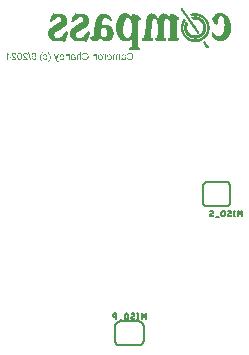
<source format=gbr>
From 7fb8215a1e2a72e235aa8f3d0580ebdae611a5b2 Mon Sep 17 00:00:00 2001
From: jaseg <git@jaseg.de>
Date: Sat, 21 Dec 2024 17:32:16 +0100
Subject: Add recent fusion-360 files as test resource

---
 .../resources/fusion360/silkscreen_bottom.gbr      | 5206 ++++++++++++++++++++
 1 file changed, 5206 insertions(+)
 create mode 100644 gerbonara/tests/resources/fusion360/silkscreen_bottom.gbr

(limited to 'gerbonara/tests/resources/fusion360/silkscreen_bottom.gbr')

diff --git a/gerbonara/tests/resources/fusion360/silkscreen_bottom.gbr b/gerbonara/tests/resources/fusion360/silkscreen_bottom.gbr
new file mode 100644
index 0000000..1f53430
--- /dev/null
+++ b/gerbonara/tests/resources/fusion360/silkscreen_bottom.gbr
@@ -0,0 +1,5206 @@
+G04 EAGLE Gerber RS-274X export*
+G75*
+%MOMM*%
+%FSLAX34Y34*%
+%LPD*%
+%INSilkscreen Bottom*%
+%IPPOS*%
+%AMOC8*
+5,1,8,0,0,1.08239X$1,22.5*%
+G01*
+G04 Define Apertures*
+%ADD10C,0.203200*%
+%ADD11C,0.127000*%
+%ADD12C,0.152400*%
+G36*
+X1946Y97861D02*
+X1324Y97879D01*
+X649Y97931D01*
+X261Y97962D01*
+X-202Y97984D01*
+X-1350Y98001D01*
+X-2639Y97984D01*
+X-3171Y97962D01*
+X-3629Y97931D01*
+X-4409Y97879D01*
+X-5067Y97861D01*
+X-5362Y97884D01*
+X-5615Y97953D01*
+X-5826Y98068D01*
+X-5996Y98229D01*
+X-6127Y98414D01*
+X-6220Y98602D01*
+X-6276Y98791D01*
+X-6294Y98983D01*
+X-6277Y99313D01*
+X-6226Y99600D01*
+X-6141Y99845D01*
+X-6022Y100048D01*
+X-5870Y100209D01*
+X-5683Y100328D01*
+X-5462Y100404D01*
+X-5207Y100438D01*
+X-5076Y100455D01*
+X-4952Y100491D01*
+X-4838Y100547D01*
+X-4732Y100623D01*
+X-4634Y100719D01*
+X-4545Y100835D01*
+X-4464Y100971D01*
+X-4392Y101126D01*
+X-4273Y101497D01*
+X-4188Y101947D01*
+X-4137Y102477D01*
+X-4120Y103086D01*
+X-4120Y107574D01*
+X-4511Y107183D01*
+X-4949Y106816D01*
+X-5432Y106473D01*
+X-5961Y106154D01*
+X-6251Y106010D01*
+X-6567Y105885D01*
+X-6910Y105780D01*
+X-7280Y105694D01*
+X-7677Y105627D01*
+X-8101Y105579D01*
+X-8552Y105550D01*
+X-9029Y105540D01*
+X-9472Y105553D01*
+X-9906Y105593D01*
+X-10331Y105659D01*
+X-10747Y105751D01*
+X-11155Y105869D01*
+X-11554Y106014D01*
+X-11944Y106185D01*
+X-12325Y106382D01*
+X-12696Y106604D01*
+X-13055Y106849D01*
+X-13402Y107116D01*
+X-13737Y107407D01*
+X-14059Y107721D01*
+X-14370Y108058D01*
+X-14669Y108418D01*
+X-14955Y108801D01*
+X-15228Y109206D01*
+X-15486Y109632D01*
+X-15728Y110078D01*
+X-15955Y110546D01*
+X-16166Y111034D01*
+X-16362Y111543D01*
+X-16543Y112073D01*
+X-16708Y112623D01*
+X-16865Y113193D01*
+X-17000Y113778D01*
+X-17114Y114380D01*
+X-17208Y114999D01*
+X-17281Y115634D01*
+X-17333Y116285D01*
+X-17364Y116953D01*
+X-17375Y117638D01*
+X-17365Y118287D01*
+X-17337Y118922D01*
+X-17291Y119541D01*
+X-17226Y120145D01*
+X-17142Y120733D01*
+X-17039Y121306D01*
+X-16918Y121864D01*
+X-16779Y122406D01*
+X-16632Y122940D01*
+X-16473Y123453D01*
+X-16301Y123946D01*
+X-16117Y124418D01*
+X-15920Y124870D01*
+X-15710Y125302D01*
+X-15488Y125714D01*
+X-15253Y126106D01*
+X-15006Y126476D01*
+X-14748Y126826D01*
+X-14478Y127153D01*
+X-14197Y127460D01*
+X-13904Y127745D01*
+X-13600Y128009D01*
+X-13284Y128251D01*
+X-12957Y128473D01*
+X-12621Y128670D01*
+X-12279Y128841D01*
+X-11933Y128985D01*
+X-11580Y129104D01*
+X-11222Y129196D01*
+X-10859Y129261D01*
+X-10490Y129301D01*
+X-10116Y129314D01*
+X-9592Y129297D01*
+X-9088Y129245D01*
+X-8606Y129159D01*
+X-8144Y129038D01*
+X-7703Y128883D01*
+X-7283Y128693D01*
+X-6883Y128468D01*
+X-6505Y128210D01*
+X-6145Y127924D01*
+X-5803Y127621D01*
+X-5479Y127300D01*
+X-5172Y126960D01*
+X-4883Y126603D01*
+X-4611Y126227D01*
+X-4357Y125834D01*
+X-4120Y125422D01*
+X-4120Y127105D01*
+X-4110Y127350D01*
+X-4081Y127631D01*
+X-3962Y128297D01*
+X-3913Y128470D01*
+X-3843Y128619D01*
+X-3753Y128746D01*
+X-3642Y128849D01*
+X-3512Y128930D01*
+X-3361Y128988D01*
+X-3190Y129022D01*
+X-2998Y129034D01*
+X-2777Y129014D01*
+X-2534Y128955D01*
+X-2268Y128856D01*
+X-1981Y128718D01*
+X53Y127666D01*
+X1722Y126759D01*
+X2311Y126414D01*
+X2735Y126141D01*
+X2895Y126019D01*
+X3034Y125892D01*
+X3152Y125759D01*
+X3248Y125619D01*
+X3323Y125474D01*
+X3376Y125322D01*
+X3408Y125165D01*
+X3419Y125001D01*
+X3403Y124682D01*
+X3355Y124409D01*
+X3276Y124183D01*
+X3165Y124002D01*
+X3022Y123867D01*
+X2847Y123778D01*
+X2640Y123736D01*
+X2402Y123739D01*
+X2279Y123743D01*
+X2164Y123731D01*
+X2056Y123702D01*
+X1957Y123656D01*
+X1866Y123592D01*
+X1782Y123512D01*
+X1639Y123300D01*
+X1528Y123021D01*
+X1449Y122674D01*
+X1401Y122258D01*
+X1385Y121775D01*
+X1385Y103086D01*
+X1399Y102468D01*
+X1441Y101931D01*
+X1511Y101473D01*
+X1609Y101096D01*
+X1734Y100798D01*
+X1808Y100680D01*
+X1888Y100581D01*
+X1975Y100502D01*
+X2070Y100443D01*
+X2171Y100404D01*
+X2279Y100386D01*
+X2489Y100348D01*
+X2670Y100272D01*
+X2824Y100156D01*
+X2950Y100000D01*
+X3048Y99805D01*
+X3117Y99570D01*
+X3159Y99297D01*
+X3173Y98983D01*
+X3156Y98777D01*
+X3103Y98580D01*
+X3015Y98391D01*
+X2893Y98212D01*
+X2728Y98058D01*
+X2516Y97949D01*
+X2255Y97883D01*
+X1946Y97861D01*
+G37*
+%LPC*%
+G36*
+X-8153Y108416D02*
+X-7923Y108424D01*
+X-7700Y108448D01*
+X-7483Y108489D01*
+X-7272Y108547D01*
+X-7066Y108621D01*
+X-6867Y108711D01*
+X-6674Y108818D01*
+X-6487Y108941D01*
+X-6131Y109237D01*
+X-5799Y109599D01*
+X-5491Y110026D01*
+X-5207Y110519D01*
+X-4952Y111065D01*
+X-4732Y111650D01*
+X-4545Y112275D01*
+X-4392Y112939D01*
+X-4273Y113642D01*
+X-4188Y114385D01*
+X-4137Y115168D01*
+X-4120Y115990D01*
+X-4120Y118374D01*
+X-4136Y119159D01*
+X-4182Y119901D01*
+X-4258Y120601D01*
+X-4366Y121258D01*
+X-4504Y121872D01*
+X-4672Y122444D01*
+X-4872Y122972D01*
+X-5102Y123458D01*
+X-5355Y123894D01*
+X-5624Y124271D01*
+X-5907Y124591D01*
+X-6207Y124852D01*
+X-6521Y125055D01*
+X-6851Y125201D01*
+X-7022Y125251D01*
+X-7196Y125288D01*
+X-7374Y125309D01*
+X-7557Y125317D01*
+X-7757Y125306D01*
+X-7953Y125275D01*
+X-8147Y125223D01*
+X-8337Y125150D01*
+X-8524Y125056D01*
+X-8707Y124942D01*
+X-8887Y124807D01*
+X-9064Y124650D01*
+X-9419Y124267D01*
+X-9748Y123818D01*
+X-10051Y123303D01*
+X-10327Y122722D01*
+X-10576Y122080D01*
+X-10800Y121381D01*
+X-10997Y120625D01*
+X-11168Y119812D01*
+X-11306Y118952D01*
+X-11405Y118058D01*
+X-11464Y117129D01*
+X-11484Y116165D01*
+X-11469Y115246D01*
+X-11424Y114384D01*
+X-11348Y113579D01*
+X-11243Y112829D01*
+X-11107Y112136D01*
+X-10941Y111500D01*
+X-10746Y110920D01*
+X-10520Y110397D01*
+X-10272Y109932D01*
+X-10010Y109530D01*
+X-9735Y109189D01*
+X-9446Y108911D01*
+X-9143Y108694D01*
+X-8827Y108539D01*
+X-8663Y108485D01*
+X-8496Y108446D01*
+X-8326Y108423D01*
+X-8153Y108416D01*
+G37*
+%LPD*%
+G36*
+X34381Y106031D02*
+X33758Y106049D01*
+X33083Y106101D01*
+X32691Y106132D01*
+X32216Y106154D01*
+X31015Y106171D01*
+X29858Y106154D01*
+X29384Y106132D01*
+X28981Y106101D01*
+X28288Y106049D01*
+X27684Y106031D01*
+X27389Y106054D01*
+X27136Y106123D01*
+X26924Y106238D01*
+X26754Y106399D01*
+X26624Y106582D01*
+X26531Y106763D01*
+X26475Y106942D01*
+X26456Y107118D01*
+X26471Y107432D01*
+X26514Y107707D01*
+X26587Y107942D01*
+X26689Y108139D01*
+X26819Y108297D01*
+X26979Y108417D01*
+X27168Y108497D01*
+X27385Y108538D01*
+X27498Y108559D01*
+X27603Y108600D01*
+X27701Y108662D01*
+X27792Y108743D01*
+X27875Y108845D01*
+X27952Y108966D01*
+X28082Y109270D01*
+X28184Y109655D01*
+X28257Y110119D01*
+X28300Y110665D01*
+X28315Y111291D01*
+X28315Y118970D01*
+X28300Y119747D01*
+X28255Y120464D01*
+X28182Y121121D01*
+X28078Y121718D01*
+X27945Y122256D01*
+X27782Y122734D01*
+X27590Y123152D01*
+X27368Y123511D01*
+X27129Y123819D01*
+X26886Y124086D01*
+X26638Y124312D01*
+X26386Y124497D01*
+X26130Y124641D01*
+X25869Y124744D01*
+X25604Y124805D01*
+X25334Y124826D01*
+X25163Y124819D01*
+X24999Y124798D01*
+X24843Y124762D01*
+X24694Y124713D01*
+X24553Y124649D01*
+X24420Y124572D01*
+X24177Y124374D01*
+X23964Y124120D01*
+X23783Y123810D01*
+X23631Y123443D01*
+X23511Y123020D01*
+X23412Y122565D01*
+X23327Y122103D01*
+X23254Y121634D01*
+X23195Y121157D01*
+X23149Y120674D01*
+X23116Y120183D01*
+X23097Y119685D01*
+X23090Y119180D01*
+X23090Y111291D01*
+X23104Y110665D01*
+X23147Y110119D01*
+X23218Y109655D01*
+X23318Y109270D01*
+X23446Y108966D01*
+X23521Y108845D01*
+X23603Y108743D01*
+X23692Y108662D01*
+X23788Y108600D01*
+X23891Y108559D01*
+X24002Y108538D01*
+X24215Y108497D01*
+X24401Y108417D01*
+X24557Y108297D01*
+X24685Y108139D01*
+X24785Y107942D01*
+X24856Y107707D01*
+X24899Y107432D01*
+X24913Y107118D01*
+X24895Y106942D01*
+X24839Y106763D01*
+X24746Y106582D01*
+X24615Y106399D01*
+X24443Y106238D01*
+X24225Y106123D01*
+X23961Y106054D01*
+X23651Y106031D01*
+X23055Y106049D01*
+X22389Y106101D01*
+X21999Y106132D01*
+X21530Y106154D01*
+X20355Y106171D01*
+X19115Y106154D01*
+X18616Y106132D01*
+X18199Y106101D01*
+X17484Y106049D01*
+X16849Y106031D01*
+X16540Y106054D01*
+X16279Y106123D01*
+X16066Y106238D01*
+X15978Y106313D01*
+X15902Y106399D01*
+X15779Y106582D01*
+X15691Y106763D01*
+X15639Y106942D01*
+X15621Y107118D01*
+X15637Y107432D01*
+X15684Y107707D01*
+X15762Y107942D01*
+X15871Y108139D01*
+X16012Y108297D01*
+X16183Y108417D01*
+X16386Y108497D01*
+X16621Y108538D01*
+X16742Y108559D01*
+X16855Y108600D01*
+X16960Y108662D01*
+X17058Y108743D01*
+X17148Y108845D01*
+X17230Y108966D01*
+X17370Y109270D01*
+X17479Y109655D01*
+X17557Y110119D01*
+X17604Y110665D01*
+X17620Y111291D01*
+X17620Y119145D01*
+X17607Y119905D01*
+X17570Y120605D01*
+X17507Y121246D01*
+X17418Y121828D01*
+X17305Y122350D01*
+X17166Y122814D01*
+X17002Y123218D01*
+X16813Y123563D01*
+X16610Y123859D01*
+X16401Y124116D01*
+X16189Y124333D01*
+X15972Y124510D01*
+X15751Y124648D01*
+X15525Y124747D01*
+X15295Y124806D01*
+X15060Y124826D01*
+X14914Y124820D01*
+X14774Y124801D01*
+X14513Y124725D01*
+X14277Y124599D01*
+X14065Y124423D01*
+X13878Y124196D01*
+X13716Y123919D01*
+X13578Y123591D01*
+X13465Y123213D01*
+X13275Y122376D01*
+X13110Y121477D01*
+X12968Y120517D01*
+X12851Y119496D01*
+X12150Y112308D01*
+X12062Y111291D01*
+X12023Y110817D01*
+X12010Y110449D01*
+X12024Y109996D01*
+X12065Y109601D01*
+X12135Y109264D01*
+X12233Y108985D01*
+X12359Y108765D01*
+X12513Y108602D01*
+X12600Y108542D01*
+X12694Y108497D01*
+X12795Y108467D01*
+X12904Y108451D01*
+X13113Y108414D01*
+X13295Y108341D01*
+X13449Y108230D01*
+X13574Y108082D01*
+X13672Y107897D01*
+X13742Y107675D01*
+X13784Y107415D01*
+X13798Y107118D01*
+X13777Y106899D01*
+X13715Y106697D01*
+X13611Y106513D01*
+X13465Y106347D01*
+X13277Y106209D01*
+X13048Y106110D01*
+X12778Y106051D01*
+X12465Y106031D01*
+X11825Y106049D01*
+X11168Y106101D01*
+X10789Y106132D01*
+X10318Y106154D01*
+X9099Y106171D01*
+X7929Y106154D01*
+X7465Y106132D01*
+X7083Y106101D01*
+X6412Y106049D01*
+X5768Y106031D01*
+X5486Y106049D01*
+X5238Y106101D01*
+X5022Y106189D01*
+X4839Y106312D01*
+X4693Y106465D01*
+X4589Y106645D01*
+X4527Y106851D01*
+X4506Y107083D01*
+X4520Y107412D01*
+X4562Y107699D01*
+X4631Y107943D01*
+X4729Y108144D01*
+X4855Y108302D01*
+X5009Y108418D01*
+X5190Y108491D01*
+X5400Y108521D01*
+X5509Y108537D01*
+X5614Y108578D01*
+X5715Y108644D01*
+X5811Y108733D01*
+X5902Y108847D01*
+X5989Y108986D01*
+X6149Y109336D01*
+X6292Y109784D01*
+X6416Y110329D01*
+X6522Y110971D01*
+X6610Y111712D01*
+X7521Y120302D01*
+X7679Y121688D01*
+X7872Y123178D01*
+X7997Y123951D01*
+X8161Y124694D01*
+X8365Y125407D01*
+X8608Y126088D01*
+X8747Y126415D01*
+X8900Y126728D01*
+X9067Y127028D01*
+X9248Y127315D01*
+X9444Y127589D01*
+X9654Y127850D01*
+X9878Y128098D01*
+X10116Y128332D01*
+X10371Y128538D01*
+X10646Y128716D01*
+X10941Y128866D01*
+X11256Y128990D01*
+X11590Y129086D01*
+X11944Y129154D01*
+X12317Y129195D01*
+X12711Y129209D01*
+X13208Y129188D01*
+X13684Y129127D01*
+X14138Y129024D01*
+X14569Y128880D01*
+X14979Y128695D01*
+X15367Y128469D01*
+X15733Y128202D01*
+X16077Y127894D01*
+X16401Y127555D01*
+X16706Y127196D01*
+X16993Y126817D01*
+X17261Y126417D01*
+X17510Y125997D01*
+X17740Y125557D01*
+X17953Y125096D01*
+X18146Y124615D01*
+X18295Y125096D01*
+X18463Y125557D01*
+X18648Y125997D01*
+X18852Y126417D01*
+X19073Y126817D01*
+X19313Y127196D01*
+X19571Y127555D01*
+X19847Y127894D01*
+X20142Y128202D01*
+X20459Y128469D01*
+X20797Y128695D01*
+X21157Y128880D01*
+X21538Y129024D01*
+X21941Y129127D01*
+X22364Y129188D01*
+X22810Y129209D01*
+X23268Y129188D01*
+X23712Y129126D01*
+X24144Y129022D01*
+X24563Y128876D01*
+X24968Y128688D01*
+X25360Y128459D01*
+X25740Y128189D01*
+X26106Y127876D01*
+X26454Y127535D01*
+X26781Y127177D01*
+X27085Y126803D01*
+X27368Y126412D01*
+X27629Y126005D01*
+X27868Y125582D01*
+X28085Y125142D01*
+X28280Y124686D01*
+X28315Y124686D01*
+X28315Y127140D01*
+X28325Y127399D01*
+X28354Y127684D01*
+X28403Y127995D01*
+X28472Y128332D01*
+X28521Y128497D01*
+X28590Y128639D01*
+X28677Y128760D01*
+X28784Y128858D01*
+X28909Y128935D01*
+X29054Y128990D01*
+X29218Y129023D01*
+X29402Y129034D01*
+X29590Y129018D01*
+X29805Y128972D01*
+X30046Y128896D01*
+X30313Y128788D01*
+X31137Y128385D01*
+X32487Y127666D01*
+X34070Y126807D01*
+X34654Y126469D01*
+X35100Y126193D01*
+X35276Y126067D01*
+X35430Y125935D01*
+X35559Y125796D01*
+X35665Y125650D01*
+X35748Y125498D01*
+X35806Y125339D01*
+X35842Y125173D01*
+X35854Y125001D01*
+X35837Y124682D01*
+X35789Y124409D01*
+X35708Y124183D01*
+X35595Y124002D01*
+X35450Y123867D01*
+X35272Y123778D01*
+X35062Y123736D01*
+X34819Y123739D01*
+X34694Y123743D01*
+X34577Y123731D01*
+X34468Y123702D01*
+X34367Y123656D01*
+X34274Y123592D01*
+X34189Y123512D01*
+X34043Y123300D01*
+X33930Y123021D01*
+X33849Y122674D01*
+X33801Y122258D01*
+X33785Y121775D01*
+X33785Y111291D01*
+X33799Y110665D01*
+X33843Y110119D01*
+X33915Y109655D01*
+X34017Y109270D01*
+X34148Y108966D01*
+X34224Y108845D01*
+X34307Y108743D01*
+X34398Y108662D01*
+X34496Y108600D01*
+X34601Y108559D01*
+X34714Y108538D01*
+X34932Y108497D01*
+X35121Y108417D01*
+X35280Y108297D01*
+X35411Y108139D01*
+X35513Y107942D01*
+X35585Y107707D01*
+X35629Y107432D01*
+X35643Y107118D01*
+X35625Y106942D01*
+X35569Y106763D01*
+X35476Y106582D01*
+X35345Y106399D01*
+X35173Y106238D01*
+X34955Y106123D01*
+X34691Y106054D01*
+X34381Y106031D01*
+G37*
+G36*
+X-25334Y105575D02*
+X-25784Y105590D01*
+X-26223Y105634D01*
+X-26650Y105708D01*
+X-27066Y105812D01*
+X-27470Y105945D01*
+X-27862Y106108D01*
+X-28243Y106300D01*
+X-28613Y106522D01*
+X-28969Y106765D01*
+X-29309Y107022D01*
+X-29633Y107291D01*
+X-29941Y107574D01*
+X-30233Y107870D01*
+X-30510Y108179D01*
+X-30770Y108501D01*
+X-30892Y108668D01*
+X-31015Y108836D01*
+X-31131Y108493D01*
+X-31147Y108447D01*
+X-31296Y108085D01*
+X-31464Y107750D01*
+X-31650Y107442D01*
+X-31854Y107163D01*
+X-32077Y106910D01*
+X-32317Y106685D01*
+X-32575Y106487D01*
+X-32845Y106314D01*
+X-33120Y106165D01*
+X-33400Y106038D01*
+X-33684Y105935D01*
+X-33974Y105854D01*
+X-34268Y105797D01*
+X-34568Y105762D01*
+X-34872Y105751D01*
+X-35375Y105766D01*
+X-35848Y105814D01*
+X-36293Y105894D01*
+X-36708Y106005D01*
+X-37095Y106148D01*
+X-37452Y106323D01*
+X-37781Y106529D01*
+X-38080Y106767D01*
+X-38347Y107018D01*
+X-38579Y107263D01*
+X-38775Y107501D01*
+X-38935Y107732D01*
+X-39060Y107956D01*
+X-39149Y108174D01*
+X-39202Y108386D01*
+X-39220Y108591D01*
+X-39209Y108759D01*
+X-39176Y108911D01*
+X-39121Y109048D01*
+X-39045Y109169D01*
+X-38950Y109274D01*
+X-38843Y109358D01*
+X-38722Y109423D01*
+X-38589Y109467D01*
+X-37954Y109675D01*
+X-37674Y109789D01*
+X-37419Y109910D01*
+X-37188Y110039D01*
+X-36981Y110174D01*
+X-36800Y110317D01*
+X-36643Y110467D01*
+X-36503Y110647D01*
+X-36372Y110882D01*
+X-36251Y111171D01*
+X-36139Y111514D01*
+X-36036Y111912D01*
+X-35943Y112364D01*
+X-35858Y112870D01*
+X-35784Y113430D01*
+X-35012Y121004D01*
+X-34903Y121909D01*
+X-34750Y122766D01*
+X-34554Y123574D01*
+X-34315Y124335D01*
+X-34033Y125047D01*
+X-33707Y125711D01*
+X-33338Y126327D01*
+X-32926Y126895D01*
+X-32704Y127158D01*
+X-32472Y127404D01*
+X-32231Y127633D01*
+X-31980Y127846D01*
+X-31719Y128041D01*
+X-31449Y128219D01*
+X-31169Y128381D01*
+X-30879Y128525D01*
+X-30579Y128653D01*
+X-30270Y128763D01*
+X-29951Y128856D01*
+X-29622Y128933D01*
+X-29284Y128992D01*
+X-28935Y129035D01*
+X-28577Y129060D01*
+X-28210Y129069D01*
+X-27700Y129053D01*
+X-27204Y129007D01*
+X-26722Y128931D01*
+X-26255Y128823D01*
+X-25802Y128685D01*
+X-25363Y128516D01*
+X-24938Y128317D01*
+X-24528Y128087D01*
+X-24132Y127835D01*
+X-23752Y127572D01*
+X-23387Y127296D01*
+X-23038Y127009D01*
+X-22703Y126709D01*
+X-22385Y126397D01*
+X-22081Y126073D01*
+X-21793Y125737D01*
+X-21372Y125212D01*
+X-21021Y124686D01*
+X-20883Y124427D01*
+X-20785Y124177D01*
+X-20726Y123936D01*
+X-20706Y123704D01*
+X-20729Y123442D01*
+X-20798Y123217D01*
+X-20913Y123030D01*
+X-21074Y122880D01*
+X-21253Y122765D01*
+X-21420Y122682D01*
+X-21577Y122633D01*
+X-21723Y122617D01*
+X-21865Y122628D01*
+X-22012Y122661D01*
+X-22163Y122715D01*
+X-22319Y122792D01*
+X-22626Y122994D01*
+X-22915Y123248D01*
+X-23335Y123671D01*
+X-23752Y124063D01*
+X-24167Y124425D01*
+X-24580Y124756D01*
+X-24789Y124904D01*
+X-25005Y125032D01*
+X-25226Y125140D01*
+X-25453Y125229D01*
+X-25686Y125298D01*
+X-25925Y125347D01*
+X-26170Y125377D01*
+X-26421Y125387D01*
+X-26754Y125365D01*
+X-27070Y125298D01*
+X-27368Y125187D01*
+X-27649Y125032D01*
+X-27912Y124832D01*
+X-28157Y124588D01*
+X-28385Y124300D01*
+X-28595Y123967D01*
+X-28789Y123586D01*
+X-28966Y123155D01*
+X-29126Y122672D01*
+X-29270Y122139D01*
+X-29398Y121555D01*
+X-29509Y120919D01*
+X-29604Y120233D01*
+X-29682Y119496D01*
+X-29753Y118900D01*
+X-29407Y119069D01*
+X-29038Y119224D01*
+X-28645Y119367D01*
+X-28227Y119496D01*
+X-27781Y119603D01*
+X-27302Y119680D01*
+X-26791Y119726D01*
+X-26246Y119741D01*
+X-25857Y119733D01*
+X-25478Y119708D01*
+X-25111Y119666D01*
+X-24754Y119608D01*
+X-24407Y119533D01*
+X-24071Y119441D01*
+X-23746Y119332D01*
+X-23432Y119207D01*
+X-23128Y119065D01*
+X-22835Y118906D01*
+X-22553Y118730D01*
+X-22282Y118538D01*
+X-22021Y118329D01*
+X-21770Y118104D01*
+X-21531Y117861D01*
+X-21302Y117602D01*
+X-20883Y117054D01*
+X-20520Y116478D01*
+X-20212Y115875D01*
+X-20079Y115563D01*
+X-19961Y115244D01*
+X-19856Y114919D01*
+X-19765Y114586D01*
+X-19688Y114247D01*
+X-19625Y113901D01*
+X-19576Y113548D01*
+X-19542Y113188D01*
+X-19521Y112821D01*
+X-19514Y112448D01*
+X-19520Y112075D01*
+X-19538Y111711D01*
+X-19569Y111355D01*
+X-19612Y111008D01*
+X-19668Y110669D01*
+X-19736Y110339D01*
+X-19908Y109704D01*
+X-20130Y109103D01*
+X-20401Y108536D01*
+X-20722Y108003D01*
+X-21092Y107504D01*
+X-21503Y107052D01*
+X-21721Y106848D01*
+X-21948Y106660D01*
+X-22184Y106487D01*
+X-22428Y106329D01*
+X-22680Y106185D01*
+X-22941Y106057D01*
+X-23211Y105944D01*
+X-23489Y105846D01*
+X-23775Y105764D01*
+X-24070Y105696D01*
+X-24373Y105643D01*
+X-24685Y105605D01*
+X-25005Y105583D01*
+X-25334Y105575D01*
+G37*
+%LPC*%
+G36*
+X-27473Y108977D02*
+X-27208Y108994D01*
+X-26955Y109047D01*
+X-26715Y109134D01*
+X-26487Y109257D01*
+X-26272Y109415D01*
+X-26070Y109608D01*
+X-25880Y109836D01*
+X-25703Y110099D01*
+X-25542Y110389D01*
+X-25403Y110699D01*
+X-25286Y111029D01*
+X-25190Y111378D01*
+X-25115Y111748D01*
+X-25062Y112137D01*
+X-25029Y112545D01*
+X-25019Y112974D01*
+X-25032Y113451D01*
+X-25072Y113899D01*
+X-25140Y114318D01*
+X-25234Y114710D01*
+X-25354Y115072D01*
+X-25502Y115407D01*
+X-25677Y115712D01*
+X-25878Y115990D01*
+X-26100Y116236D01*
+X-26337Y116450D01*
+X-26589Y116631D01*
+X-26855Y116778D01*
+X-27137Y116894D01*
+X-27433Y116976D01*
+X-27744Y117025D01*
+X-28069Y117041D01*
+X-28331Y117032D01*
+X-28591Y117002D01*
+X-28848Y116953D01*
+X-29104Y116884D01*
+X-29350Y116795D01*
+X-29582Y116686D01*
+X-29797Y116558D01*
+X-29998Y116410D01*
+X-30489Y111606D01*
+X-30253Y111111D01*
+X-29967Y110642D01*
+X-29631Y110199D01*
+X-29296Y109839D01*
+X-29244Y109783D01*
+X-29036Y109594D01*
+X-28824Y109430D01*
+X-28609Y109292D01*
+X-28389Y109178D01*
+X-28166Y109090D01*
+X-27939Y109027D01*
+X-27708Y108989D01*
+X-27473Y108977D01*
+G37*
+%LPD*%
+G36*
+X-43007Y105295D02*
+X-43199Y105304D01*
+X-43371Y105331D01*
+X-43523Y105376D01*
+X-43656Y105439D01*
+X-43769Y105521D01*
+X-43862Y105620D01*
+X-43935Y105738D01*
+X-43989Y105873D01*
+X-44040Y106009D01*
+X-44107Y106126D01*
+X-44189Y106226D01*
+X-44287Y106307D01*
+X-44400Y106371D01*
+X-44528Y106416D01*
+X-44671Y106443D01*
+X-44830Y106452D01*
+X-45145Y106423D01*
+X-45527Y106338D01*
+X-45978Y106195D01*
+X-46496Y105996D01*
+X-46780Y105889D01*
+X-47080Y105797D01*
+X-47396Y105718D01*
+X-47728Y105654D01*
+X-48075Y105604D01*
+X-48439Y105569D01*
+X-48818Y105547D01*
+X-49213Y105540D01*
+X-49553Y105547D01*
+X-49889Y105567D01*
+X-50221Y105599D01*
+X-50548Y105645D01*
+X-51191Y105777D01*
+X-51817Y105961D01*
+X-52427Y106198D01*
+X-53020Y106487D01*
+X-53597Y106829D01*
+X-54158Y107223D01*
+X-54425Y107440D01*
+X-54675Y107668D01*
+X-54908Y107908D01*
+X-55124Y108159D01*
+X-55322Y108423D01*
+X-55504Y108698D01*
+X-55668Y108985D01*
+X-55814Y109283D01*
+X-55944Y109594D01*
+X-56056Y109916D01*
+X-56151Y110250D01*
+X-56229Y110596D01*
+X-56289Y110954D01*
+X-56332Y111323D01*
+X-56358Y111704D01*
+X-56367Y112097D01*
+X-56358Y112511D01*
+X-56333Y112911D01*
+X-56291Y113297D01*
+X-56232Y113669D01*
+X-56156Y114027D01*
+X-56063Y114370D01*
+X-55954Y114700D01*
+X-55827Y115016D01*
+X-55684Y115318D01*
+X-55524Y115607D01*
+X-55347Y115881D01*
+X-55154Y116141D01*
+X-54943Y116387D01*
+X-54716Y116619D01*
+X-54471Y116837D01*
+X-54210Y117041D01*
+X-53104Y117822D01*
+X-51944Y118584D01*
+X-50729Y119329D01*
+X-49459Y120057D01*
+X-47749Y121030D01*
+X-46408Y121845D01*
+X-46137Y122038D01*
+X-45902Y122249D01*
+X-45703Y122476D01*
+X-45540Y122722D01*
+X-45414Y122985D01*
+X-45323Y123265D01*
+X-45269Y123563D01*
+X-45251Y123879D01*
+X-45261Y124127D01*
+X-45291Y124361D01*
+X-45340Y124583D01*
+X-45409Y124791D01*
+X-45498Y124986D01*
+X-45606Y125168D01*
+X-45734Y125336D01*
+X-45882Y125492D01*
+X-46046Y125632D01*
+X-46220Y125753D01*
+X-46405Y125855D01*
+X-46601Y125939D01*
+X-46808Y126004D01*
+X-47026Y126051D01*
+X-47255Y126079D01*
+X-47495Y126088D01*
+X-47812Y126073D01*
+X-48132Y126029D01*
+X-48454Y125955D01*
+X-48779Y125851D01*
+X-49107Y125718D01*
+X-49438Y125556D01*
+X-49771Y125363D01*
+X-50108Y125141D01*
+X-50790Y124622D01*
+X-51488Y124011D01*
+X-52202Y123307D01*
+X-52930Y122512D01*
+X-53294Y122161D01*
+X-53614Y121880D01*
+X-53771Y121773D01*
+X-53943Y121696D01*
+X-54130Y121650D01*
+X-54333Y121635D01*
+X-54504Y121650D01*
+X-54666Y121696D01*
+X-54819Y121773D01*
+X-54964Y121880D01*
+X-55087Y122018D01*
+X-55174Y122187D01*
+X-55227Y122387D01*
+X-55245Y122617D01*
+X-55229Y122795D01*
+X-55183Y123016D01*
+X-55106Y123277D01*
+X-54999Y123581D01*
+X-54438Y125001D01*
+X-53246Y127596D01*
+X-52957Y128192D01*
+X-52650Y128718D01*
+X-52566Y128833D01*
+X-52472Y128933D01*
+X-52369Y129017D01*
+X-52255Y129086D01*
+X-52132Y129140D01*
+X-51999Y129178D01*
+X-51856Y129201D01*
+X-51703Y129209D01*
+X-51559Y129202D01*
+X-51424Y129180D01*
+X-51298Y129145D01*
+X-51181Y129095D01*
+X-51074Y129031D01*
+X-50977Y128952D01*
+X-50809Y128753D01*
+X-50654Y128554D01*
+X-50489Y128411D01*
+X-50312Y128326D01*
+X-50220Y128304D01*
+X-50125Y128297D01*
+X-49897Y128324D01*
+X-49599Y128402D01*
+X-49231Y128534D01*
+X-48793Y128718D01*
+X-48547Y128817D01*
+X-48284Y128902D01*
+X-48004Y128974D01*
+X-47706Y129034D01*
+X-47390Y129080D01*
+X-47057Y129112D01*
+X-46706Y129132D01*
+X-46338Y129139D01*
+X-46025Y129132D01*
+X-45718Y129112D01*
+X-45417Y129078D01*
+X-45122Y129030D01*
+X-44832Y128969D01*
+X-44548Y128895D01*
+X-43998Y128705D01*
+X-43470Y128461D01*
+X-42965Y128162D01*
+X-42484Y127810D01*
+X-42025Y127403D01*
+X-41606Y126953D01*
+X-41243Y126471D01*
+X-41082Y126217D01*
+X-40935Y125956D01*
+X-40803Y125686D01*
+X-40684Y125409D01*
+X-40579Y125123D01*
+X-40488Y124829D01*
+X-40411Y124528D01*
+X-40349Y124218D01*
+X-40300Y123900D01*
+X-40265Y123574D01*
+X-40244Y123239D01*
+X-40237Y122897D01*
+X-40245Y122509D01*
+X-40268Y122133D01*
+X-40308Y121769D01*
+X-40363Y121417D01*
+X-40434Y121077D01*
+X-40520Y120750D01*
+X-40623Y120435D01*
+X-40741Y120132D01*
+X-40875Y119841D01*
+X-41024Y119562D01*
+X-41190Y119296D01*
+X-41371Y119041D01*
+X-41568Y118799D01*
+X-41781Y118569D01*
+X-42009Y118352D01*
+X-42253Y118146D01*
+X-42765Y117752D01*
+X-43293Y117367D01*
+X-43837Y116991D01*
+X-44396Y116625D01*
+X-44972Y116268D01*
+X-45563Y115920D01*
+X-46794Y115253D01*
+X-47791Y114738D01*
+X-48679Y114245D01*
+X-49457Y113774D01*
+X-50125Y113325D01*
+X-50413Y113096D01*
+X-50662Y112847D01*
+X-50873Y112578D01*
+X-51046Y112290D01*
+X-51180Y111982D01*
+X-51276Y111655D01*
+X-51333Y111307D01*
+X-51352Y110940D01*
+X-51340Y110674D01*
+X-51303Y110419D01*
+X-51241Y110174D01*
+X-51155Y109941D01*
+X-51044Y109718D01*
+X-50909Y109507D01*
+X-50748Y109306D01*
+X-50563Y109117D01*
+X-50359Y108944D01*
+X-50139Y108795D01*
+X-49905Y108668D01*
+X-49656Y108565D01*
+X-49392Y108484D01*
+X-49114Y108426D01*
+X-48820Y108392D01*
+X-48512Y108380D01*
+X-48036Y108403D01*
+X-47571Y108469D01*
+X-47117Y108580D01*
+X-46676Y108735D01*
+X-46245Y108935D01*
+X-45826Y109179D01*
+X-45419Y109468D01*
+X-45023Y109801D01*
+X-44251Y110545D01*
+X-43493Y111357D01*
+X-42752Y112236D01*
+X-42025Y113184D01*
+X-41788Y113478D01*
+X-41499Y113798D01*
+X-41333Y113944D01*
+X-41149Y114048D01*
+X-40947Y114110D01*
+X-40728Y114131D01*
+X-40523Y114112D01*
+X-40329Y114057D01*
+X-40146Y113963D01*
+X-39974Y113833D01*
+X-39828Y113668D01*
+X-39724Y113469D01*
+X-39662Y113238D01*
+X-39641Y112974D01*
+X-39654Y112764D01*
+X-39693Y112518D01*
+X-39759Y112238D01*
+X-39851Y111922D01*
+X-40447Y110099D01*
+X-41499Y107013D01*
+X-41736Y106426D01*
+X-42025Y105856D01*
+X-42110Y105724D01*
+X-42205Y105610D01*
+X-42311Y105514D01*
+X-42428Y105435D01*
+X-42557Y105374D01*
+X-42696Y105330D01*
+X-42846Y105304D01*
+X-43007Y105295D01*
+G37*
+G36*
+X-61521Y105295D02*
+X-61713Y105304D01*
+X-61886Y105331D01*
+X-62040Y105376D01*
+X-62174Y105439D01*
+X-62290Y105521D01*
+X-62386Y105620D01*
+X-62463Y105738D01*
+X-62520Y105873D01*
+X-62576Y106009D01*
+X-62646Y106126D01*
+X-62732Y106226D01*
+X-62832Y106307D01*
+X-62946Y106371D01*
+X-63076Y106416D01*
+X-63220Y106443D01*
+X-63380Y106452D01*
+X-63680Y106423D01*
+X-64055Y106338D01*
+X-64504Y106195D01*
+X-65028Y105996D01*
+X-65316Y105889D01*
+X-65619Y105797D01*
+X-65938Y105718D01*
+X-66272Y105654D01*
+X-66622Y105604D01*
+X-66987Y105569D01*
+X-67367Y105547D01*
+X-67763Y105540D01*
+X-68098Y105547D01*
+X-68430Y105567D01*
+X-68758Y105599D01*
+X-69083Y105645D01*
+X-69721Y105777D01*
+X-70344Y105961D01*
+X-70953Y106198D01*
+X-71546Y106487D01*
+X-72125Y106829D01*
+X-72689Y107223D01*
+X-72959Y107440D01*
+X-73211Y107668D01*
+X-73446Y107908D01*
+X-73663Y108159D01*
+X-73863Y108423D01*
+X-74046Y108698D01*
+X-74211Y108985D01*
+X-74359Y109283D01*
+X-74490Y109594D01*
+X-74603Y109916D01*
+X-74698Y110250D01*
+X-74777Y110596D01*
+X-74838Y110954D01*
+X-74881Y111323D01*
+X-74907Y111704D01*
+X-74916Y112097D01*
+X-74907Y112511D01*
+X-74882Y112911D01*
+X-74840Y113297D01*
+X-74781Y113669D01*
+X-74705Y114027D01*
+X-74613Y114370D01*
+X-74503Y114700D01*
+X-74377Y115016D01*
+X-74234Y115318D01*
+X-74073Y115607D01*
+X-73897Y115881D01*
+X-73703Y116141D01*
+X-73492Y116387D01*
+X-73265Y116619D01*
+X-73020Y116837D01*
+X-72759Y117041D01*
+X-71652Y117822D01*
+X-70485Y118584D01*
+X-69258Y119329D01*
+X-67973Y120057D01*
+X-66268Y121030D01*
+X-64940Y121845D01*
+X-64673Y122038D01*
+X-64441Y122249D01*
+X-64245Y122476D01*
+X-64085Y122722D01*
+X-63961Y122985D01*
+X-63872Y123265D01*
+X-63818Y123563D01*
+X-63800Y123879D01*
+X-63810Y124127D01*
+X-63840Y124361D01*
+X-63889Y124583D01*
+X-63958Y124791D01*
+X-64047Y124986D01*
+X-64155Y125168D01*
+X-64284Y125336D01*
+X-64431Y125492D01*
+X-64595Y125632D01*
+X-64769Y125753D01*
+X-64954Y125855D01*
+X-65150Y125939D01*
+X-65357Y126004D01*
+X-65575Y126051D01*
+X-65804Y126079D01*
+X-66044Y126088D01*
+X-66361Y126073D01*
+X-66680Y126029D01*
+X-67001Y125955D01*
+X-67324Y125851D01*
+X-67650Y125718D01*
+X-67977Y125556D01*
+X-68307Y125363D01*
+X-68639Y125141D01*
+X-69316Y124622D01*
+X-70016Y124011D01*
+X-70737Y123307D01*
+X-71479Y122512D01*
+X-71821Y122161D01*
+X-72146Y121880D01*
+X-72310Y121773D01*
+X-72488Y121696D01*
+X-72678Y121650D01*
+X-72882Y121635D01*
+X-73038Y121650D01*
+X-73189Y121696D01*
+X-73336Y121773D01*
+X-73478Y121880D01*
+X-73601Y122018D01*
+X-73689Y122187D01*
+X-73741Y122387D01*
+X-73759Y122617D01*
+X-73744Y122795D01*
+X-73702Y123016D01*
+X-73630Y123277D01*
+X-73531Y123581D01*
+X-73272Y124260D01*
+X-72952Y125001D01*
+X-71795Y127596D01*
+X-71501Y128192D01*
+X-71181Y128718D01*
+X-70998Y128933D01*
+X-70895Y129017D01*
+X-70783Y129086D01*
+X-70662Y129140D01*
+X-70534Y129178D01*
+X-70397Y129201D01*
+X-70252Y129209D01*
+X-70108Y129202D01*
+X-69972Y129180D01*
+X-69845Y129145D01*
+X-69726Y129095D01*
+X-69617Y129031D01*
+X-69516Y128952D01*
+X-69341Y128753D01*
+X-69181Y128554D01*
+X-69016Y128411D01*
+X-68847Y128326D01*
+X-68761Y128304D01*
+X-68674Y128297D01*
+X-68432Y128324D01*
+X-68126Y128402D01*
+X-67757Y128534D01*
+X-67324Y128718D01*
+X-67083Y128817D01*
+X-66824Y128902D01*
+X-66546Y128974D01*
+X-66250Y129034D01*
+X-65937Y129080D01*
+X-65605Y129112D01*
+X-65255Y129132D01*
+X-64887Y129139D01*
+X-64575Y129132D01*
+X-64268Y129112D01*
+X-63966Y129078D01*
+X-63671Y129030D01*
+X-63381Y128969D01*
+X-63097Y128895D01*
+X-62547Y128705D01*
+X-62019Y128461D01*
+X-61515Y128162D01*
+X-61033Y127810D01*
+X-60574Y127403D01*
+X-60155Y126953D01*
+X-59792Y126471D01*
+X-59631Y126217D01*
+X-59485Y125956D01*
+X-59352Y125686D01*
+X-59233Y125409D01*
+X-59128Y125123D01*
+X-59038Y124829D01*
+X-58961Y124528D01*
+X-58898Y124218D01*
+X-58849Y123900D01*
+X-58814Y123574D01*
+X-58793Y123239D01*
+X-58786Y122897D01*
+X-58794Y122509D01*
+X-58818Y122133D01*
+X-58857Y121769D01*
+X-58912Y121417D01*
+X-58983Y121077D01*
+X-59070Y120750D01*
+X-59172Y120435D01*
+X-59290Y120132D01*
+X-59424Y119841D01*
+X-59574Y119562D01*
+X-59739Y119296D01*
+X-59920Y119041D01*
+X-60117Y118799D01*
+X-60330Y118569D01*
+X-60558Y118352D01*
+X-60802Y118146D01*
+X-61840Y117367D01*
+X-62937Y116625D01*
+X-64093Y115920D01*
+X-65308Y115253D01*
+X-66306Y114738D01*
+X-67197Y114245D01*
+X-67981Y113774D01*
+X-68657Y113325D01*
+X-68949Y113096D01*
+X-69201Y112847D01*
+X-69415Y112578D01*
+X-69590Y112290D01*
+X-69727Y111982D01*
+X-69824Y111655D01*
+X-69882Y111307D01*
+X-69902Y110940D01*
+X-69889Y110674D01*
+X-69851Y110419D01*
+X-69788Y110174D01*
+X-69700Y109941D01*
+X-69587Y109718D01*
+X-69448Y109507D01*
+X-69284Y109306D01*
+X-69095Y109117D01*
+X-68886Y108944D01*
+X-68663Y108795D01*
+X-68426Y108668D01*
+X-68175Y108565D01*
+X-67909Y108484D01*
+X-67629Y108426D01*
+X-67335Y108392D01*
+X-67026Y108380D01*
+X-66550Y108403D01*
+X-66086Y108469D01*
+X-65634Y108580D01*
+X-65194Y108735D01*
+X-64766Y108935D01*
+X-64350Y109179D01*
+X-63947Y109468D01*
+X-63555Y109801D01*
+X-62790Y110545D01*
+X-62038Y111357D01*
+X-61300Y112236D01*
+X-60574Y113184D01*
+X-60013Y113798D01*
+X-59849Y113944D01*
+X-59671Y114048D01*
+X-59481Y114110D01*
+X-59277Y114131D01*
+X-59072Y114112D01*
+X-58878Y114057D01*
+X-58695Y113963D01*
+X-58523Y113833D01*
+X-58377Y113668D01*
+X-58273Y113469D01*
+X-58211Y113238D01*
+X-58190Y112974D01*
+X-58202Y112764D01*
+X-58238Y112518D01*
+X-58298Y112238D01*
+X-58383Y111922D01*
+X-58633Y111133D01*
+X-58996Y110099D01*
+X-60048Y107013D01*
+X-60146Y106717D01*
+X-60263Y106426D01*
+X-60400Y106139D01*
+X-60557Y105856D01*
+X-60645Y105724D01*
+X-60742Y105610D01*
+X-60849Y105514D01*
+X-60964Y105435D01*
+X-61090Y105374D01*
+X-61224Y105330D01*
+X-61368Y105304D01*
+X-61521Y105295D01*
+G37*
+G36*
+X71129Y105891D02*
+X70735Y105897D01*
+X70352Y105916D01*
+X69980Y105948D01*
+X69619Y105992D01*
+X69268Y106048D01*
+X68928Y106118D01*
+X68598Y106200D01*
+X68280Y106294D01*
+X67972Y106401D01*
+X67674Y106521D01*
+X67388Y106653D01*
+X67112Y106798D01*
+X66846Y106956D01*
+X66592Y107126D01*
+X66348Y107309D01*
+X66114Y107504D01*
+X65677Y107908D01*
+X65275Y108313D01*
+X64910Y108719D01*
+X64580Y109126D01*
+X64287Y109534D01*
+X64030Y109943D01*
+X63809Y110353D01*
+X63625Y110765D01*
+X63528Y111116D01*
+X63449Y111466D01*
+X63397Y111808D01*
+X63379Y112132D01*
+X63394Y112320D01*
+X63436Y112496D01*
+X63508Y112662D01*
+X63607Y112816D01*
+X63729Y112947D01*
+X63866Y113040D01*
+X64018Y113096D01*
+X64186Y113114D01*
+X64322Y113107D01*
+X64449Y113084D01*
+X64567Y113045D01*
+X64677Y112991D01*
+X64782Y112916D01*
+X64887Y112812D01*
+X64992Y112679D01*
+X65098Y112518D01*
+X65476Y111964D01*
+X65873Y111457D01*
+X66291Y110999D01*
+X66728Y110590D01*
+X66956Y110409D01*
+X67192Y110252D01*
+X67436Y110119D01*
+X67688Y110011D01*
+X67948Y109927D01*
+X68217Y109866D01*
+X68494Y109830D01*
+X68779Y109818D01*
+X69066Y109829D01*
+X69349Y109862D01*
+X69627Y109917D01*
+X69901Y109993D01*
+X70171Y110092D01*
+X70436Y110213D01*
+X70697Y110355D01*
+X70953Y110519D01*
+X71196Y110695D01*
+X71431Y110890D01*
+X71660Y111103D01*
+X71883Y111335D01*
+X72098Y111585D01*
+X72308Y111854D01*
+X72707Y112448D01*
+X72894Y112772D01*
+X73070Y113112D01*
+X73236Y113469D01*
+X73390Y113842D01*
+X73534Y114231D01*
+X73666Y114637D01*
+X73788Y115060D01*
+X73899Y115499D01*
+X74006Y115952D01*
+X74098Y116419D01*
+X74177Y116899D01*
+X74241Y117392D01*
+X74291Y117898D01*
+X74326Y118418D01*
+X74347Y118950D01*
+X74355Y119496D01*
+X74342Y120325D01*
+X74304Y121112D01*
+X74241Y121857D01*
+X74153Y122560D01*
+X74040Y123220D01*
+X73901Y123839D01*
+X73737Y124415D01*
+X73548Y124949D01*
+X73337Y125429D01*
+X73108Y125846D01*
+X72859Y126199D01*
+X72593Y126487D01*
+X72307Y126711D01*
+X72157Y126799D01*
+X72003Y126872D01*
+X71844Y126928D01*
+X71680Y126968D01*
+X71512Y126992D01*
+X71339Y127000D01*
+X71142Y126992D01*
+X70954Y126969D01*
+X70774Y126931D01*
+X70604Y126877D01*
+X70442Y126808D01*
+X70290Y126724D01*
+X70146Y126624D01*
+X70011Y126509D01*
+X69885Y126379D01*
+X69768Y126233D01*
+X69561Y125895D01*
+X69389Y125496D01*
+X69253Y125036D01*
+X69030Y124052D01*
+X68836Y123064D01*
+X68671Y122071D01*
+X68534Y121074D01*
+X68485Y120778D01*
+X68407Y120522D01*
+X68300Y120305D01*
+X68166Y120127D01*
+X68009Y119989D01*
+X67837Y119890D01*
+X67650Y119831D01*
+X67447Y119812D01*
+X67292Y119819D01*
+X67144Y119842D01*
+X67003Y119881D01*
+X66868Y119934D01*
+X66729Y120012D01*
+X66575Y120123D01*
+X66220Y120443D01*
+X65649Y121032D01*
+X65163Y121609D01*
+X64763Y122172D01*
+X64595Y122449D01*
+X64449Y122722D01*
+X64211Y123246D01*
+X64041Y123730D01*
+X63982Y123957D01*
+X63939Y124175D01*
+X63914Y124383D01*
+X63905Y124580D01*
+X63913Y124770D01*
+X63936Y124962D01*
+X63975Y125156D01*
+X64029Y125352D01*
+X64184Y125751D01*
+X64401Y126158D01*
+X64679Y126575D01*
+X65020Y127000D01*
+X65422Y127434D01*
+X65886Y127876D01*
+X66398Y128296D01*
+X66667Y128484D01*
+X66944Y128659D01*
+X67229Y128819D01*
+X67523Y128966D01*
+X67825Y129099D01*
+X68135Y129218D01*
+X68454Y129322D01*
+X68781Y129413D01*
+X69116Y129490D01*
+X69460Y129553D01*
+X69812Y129602D01*
+X70172Y129637D01*
+X70541Y129658D01*
+X70918Y129665D01*
+X71354Y129651D01*
+X71786Y129610D01*
+X72213Y129541D01*
+X72636Y129446D01*
+X73055Y129322D01*
+X73469Y129172D01*
+X73879Y128994D01*
+X74284Y128788D01*
+X74690Y128557D01*
+X75084Y128304D01*
+X75466Y128027D01*
+X75836Y127727D01*
+X76194Y127405D01*
+X76540Y127059D01*
+X76873Y126690D01*
+X77195Y126299D01*
+X77503Y125885D01*
+X77795Y125450D01*
+X78073Y124995D01*
+X78334Y124519D01*
+X78581Y124022D01*
+X78812Y123504D01*
+X79028Y122966D01*
+X79229Y122406D01*
+X79409Y121837D01*
+X79566Y121249D01*
+X79699Y120644D01*
+X79807Y120022D01*
+X79892Y119382D01*
+X79952Y118725D01*
+X79988Y118050D01*
+X80000Y117357D01*
+X79990Y116683D01*
+X79958Y116029D01*
+X79906Y115394D01*
+X79833Y114780D01*
+X79740Y114185D01*
+X79625Y113609D01*
+X79490Y113054D01*
+X79334Y112518D01*
+X79159Y111994D01*
+X78968Y111490D01*
+X78760Y111008D01*
+X78536Y110546D01*
+X78296Y110105D01*
+X78039Y109684D01*
+X77765Y109285D01*
+X77475Y108906D01*
+X77171Y108549D01*
+X76853Y108214D01*
+X76522Y107901D01*
+X76178Y107609D01*
+X75821Y107339D01*
+X75450Y107092D01*
+X75067Y106866D01*
+X74670Y106662D01*
+X74262Y106481D01*
+X73844Y106325D01*
+X73416Y106192D01*
+X72978Y106084D01*
+X72531Y105999D01*
+X72073Y105939D01*
+X71606Y105903D01*
+X71129Y105891D01*
+G37*
+G36*
+X49564Y105049D02*
+X48938Y105065D01*
+X48321Y105111D01*
+X47715Y105187D01*
+X47118Y105295D01*
+X46531Y105433D01*
+X45954Y105602D01*
+X45387Y105801D01*
+X44830Y106031D01*
+X44286Y106279D01*
+X43760Y106548D01*
+X43250Y106840D01*
+X42757Y107153D01*
+X42281Y107489D01*
+X41822Y107846D01*
+X41380Y108225D01*
+X40955Y108626D01*
+X40550Y109047D01*
+X40168Y109487D01*
+X39807Y109946D01*
+X39470Y110423D01*
+X39154Y110919D01*
+X38861Y111433D01*
+X38591Y111966D01*
+X38343Y112518D01*
+X38121Y113075D01*
+X37929Y113642D01*
+X37766Y114219D01*
+X37633Y114806D01*
+X37530Y115403D01*
+X37456Y116009D01*
+X37411Y116626D01*
+X37396Y117252D01*
+X37408Y117801D01*
+X37442Y118342D01*
+X37500Y118877D01*
+X37581Y119404D01*
+X37684Y119924D01*
+X37811Y120437D01*
+X37960Y120943D01*
+X38133Y121442D01*
+X38326Y121931D01*
+X38538Y122407D01*
+X38769Y122871D01*
+X39018Y123322D01*
+X39286Y123761D01*
+X39573Y124187D01*
+X39878Y124600D01*
+X40202Y125001D01*
+X41429Y123178D01*
+X40998Y122531D01*
+X40618Y121854D01*
+X40288Y121146D01*
+X40009Y120408D01*
+X39890Y120029D01*
+X39786Y119645D01*
+X39699Y119257D01*
+X39627Y118865D01*
+X39572Y118468D01*
+X39532Y118067D01*
+X39508Y117662D01*
+X39500Y117252D01*
+X39513Y116730D01*
+X39551Y116217D01*
+X39614Y115713D01*
+X39702Y115218D01*
+X39815Y114732D01*
+X39954Y114254D01*
+X40118Y113785D01*
+X40307Y113325D01*
+X40509Y112876D01*
+X40730Y112441D01*
+X40969Y112021D01*
+X41227Y111615D01*
+X41504Y111223D01*
+X41799Y110846D01*
+X42113Y110483D01*
+X42446Y110134D01*
+X42795Y109801D01*
+X43160Y109485D01*
+X43540Y109187D01*
+X43936Y108906D01*
+X44347Y108643D01*
+X44773Y108398D01*
+X45215Y108170D01*
+X45672Y107960D01*
+X46131Y107779D01*
+X46599Y107622D01*
+X47074Y107490D01*
+X47556Y107381D01*
+X48047Y107297D01*
+X48545Y107236D01*
+X49051Y107200D01*
+X49564Y107188D01*
+X50085Y107200D01*
+X50598Y107236D01*
+X51102Y107297D01*
+X51598Y107381D01*
+X52084Y107490D01*
+X52562Y107622D01*
+X53031Y107779D01*
+X53491Y107960D01*
+X53940Y108170D01*
+X54215Y108314D01*
+X54374Y108398D01*
+X54795Y108643D01*
+X55201Y108906D01*
+X55592Y109187D01*
+X55970Y109485D01*
+X56333Y109801D01*
+X56682Y110134D01*
+X57015Y110483D01*
+X57331Y110846D01*
+X57629Y111223D01*
+X57909Y111615D01*
+X58172Y112021D01*
+X58418Y112441D01*
+X58646Y112876D01*
+X58856Y113325D01*
+X59037Y113785D01*
+X59194Y114254D01*
+X59326Y114732D01*
+X59435Y115218D01*
+X59519Y115713D01*
+X59579Y116217D01*
+X59615Y116730D01*
+X59627Y117252D01*
+X59615Y117765D01*
+X59579Y118271D01*
+X59519Y118769D01*
+X59435Y119259D01*
+X59326Y119742D01*
+X59194Y120217D01*
+X59037Y120684D01*
+X58856Y121144D01*
+X58646Y121601D01*
+X58418Y122043D01*
+X58172Y122469D01*
+X57909Y122880D01*
+X57629Y123275D01*
+X57331Y123656D01*
+X57015Y124020D01*
+X56682Y124370D01*
+X56333Y124703D01*
+X55970Y125016D01*
+X55592Y125312D01*
+X55201Y125588D01*
+X54795Y125847D01*
+X54374Y126086D01*
+X53940Y126307D01*
+X53491Y126509D01*
+X53031Y126698D01*
+X52562Y126862D01*
+X52084Y127000D01*
+X51598Y127114D01*
+X51102Y127202D01*
+X50598Y127265D01*
+X50085Y127303D01*
+X49564Y127315D01*
+X49092Y127304D01*
+X48622Y127272D01*
+X48154Y127217D01*
+X47688Y127140D01*
+X47229Y127041D01*
+X46781Y126921D01*
+X46343Y126778D01*
+X45917Y126614D01*
+X44725Y128402D01*
+X45277Y128634D01*
+X45847Y128836D01*
+X46434Y129011D01*
+X47039Y129156D01*
+X47657Y129271D01*
+X48284Y129354D01*
+X48920Y129403D01*
+X49564Y129419D01*
+X50191Y129404D01*
+X50809Y129360D01*
+X51418Y129286D01*
+X52018Y129183D01*
+X52610Y129049D01*
+X53193Y128887D01*
+X53767Y128694D01*
+X54333Y128473D01*
+X54876Y128225D01*
+X55402Y127954D01*
+X55911Y127661D01*
+X56401Y127346D01*
+X56875Y127008D01*
+X57331Y126648D01*
+X57769Y126265D01*
+X58190Y125860D01*
+X58591Y125435D01*
+X58970Y124993D01*
+X59327Y124535D01*
+X59663Y124059D01*
+X59976Y123566D01*
+X60267Y123056D01*
+X60537Y122529D01*
+X60785Y121986D01*
+X61015Y121428D01*
+X61214Y120861D01*
+X61383Y120284D01*
+X61521Y119698D01*
+X61628Y119101D01*
+X61705Y118494D01*
+X61751Y117878D01*
+X61766Y117252D01*
+X61751Y116626D01*
+X61705Y116009D01*
+X61628Y115403D01*
+X61521Y114806D01*
+X61383Y114219D01*
+X61214Y113642D01*
+X61015Y113075D01*
+X60785Y112518D01*
+X60537Y111966D01*
+X60267Y111433D01*
+X59976Y110919D01*
+X59663Y110423D01*
+X59327Y109946D01*
+X58970Y109487D01*
+X58591Y109047D01*
+X58190Y108626D01*
+X57769Y108225D01*
+X57331Y107846D01*
+X56875Y107489D01*
+X56401Y107153D01*
+X55911Y106840D01*
+X55402Y106548D01*
+X55092Y106390D01*
+X54876Y106279D01*
+X54333Y106031D01*
+X53767Y105801D01*
+X53193Y105602D01*
+X52610Y105433D01*
+X52018Y105295D01*
+X51418Y105187D01*
+X50809Y105111D01*
+X50191Y105065D01*
+X49564Y105049D01*
+G37*
+G36*
+X49529Y107925D02*
+X49050Y107936D01*
+X48578Y107971D01*
+X48112Y108028D01*
+X47653Y108109D01*
+X47200Y108212D01*
+X46754Y108339D01*
+X46315Y108488D01*
+X45882Y108661D01*
+X45460Y108853D01*
+X45051Y109062D01*
+X44658Y109287D01*
+X44278Y109529D01*
+X43912Y109787D01*
+X43561Y110061D01*
+X43224Y110352D01*
+X42902Y110660D01*
+X42594Y110982D01*
+X42301Y111319D01*
+X42024Y111671D01*
+X41762Y112036D01*
+X41515Y112416D01*
+X41284Y112810D01*
+X41068Y113218D01*
+X40868Y113640D01*
+X40695Y114074D01*
+X40546Y114515D01*
+X40419Y114963D01*
+X40316Y115420D01*
+X40235Y115884D01*
+X40177Y116355D01*
+X40143Y116835D01*
+X40131Y117322D01*
+X40139Y117705D01*
+X40162Y118085D01*
+X40201Y118459D01*
+X40254Y118830D01*
+X40323Y119196D01*
+X40408Y119557D01*
+X40507Y119915D01*
+X40622Y120267D01*
+X40890Y120953D01*
+X41201Y121609D01*
+X41556Y122233D01*
+X41955Y122827D01*
+X43568Y120443D01*
+X43387Y120087D01*
+X43230Y119720D01*
+X43098Y119341D01*
+X42989Y118952D01*
+X42905Y118555D01*
+X42845Y118150D01*
+X42808Y117739D01*
+X42796Y117322D01*
+X42804Y116975D01*
+X42827Y116634D01*
+X42866Y116299D01*
+X42920Y115971D01*
+X42990Y115649D01*
+X43075Y115334D01*
+X43176Y115025D01*
+X43292Y114723D01*
+X43423Y114427D01*
+X43570Y114137D01*
+X43733Y113854D01*
+X43911Y113578D01*
+X44313Y113044D01*
+X44778Y112536D01*
+X45285Y112071D01*
+X45817Y111669D01*
+X46093Y111491D01*
+X46374Y111328D01*
+X46662Y111181D01*
+X46956Y111050D01*
+X47256Y110934D01*
+X47562Y110833D01*
+X47875Y110748D01*
+X48193Y110678D01*
+X48518Y110624D01*
+X48849Y110585D01*
+X49186Y110562D01*
+X49529Y110554D01*
+X49876Y110562D01*
+X50217Y110585D01*
+X50552Y110624D01*
+X50880Y110678D01*
+X51202Y110748D01*
+X51517Y110833D01*
+X51826Y110934D01*
+X52128Y111050D01*
+X52424Y111181D01*
+X52713Y111328D01*
+X52814Y111386D01*
+X52996Y111491D01*
+X53273Y111669D01*
+X53807Y112071D01*
+X54315Y112536D01*
+X54779Y113044D01*
+X55182Y113578D01*
+X55360Y113854D01*
+X55522Y114137D01*
+X55669Y114427D01*
+X55801Y114723D01*
+X55917Y115025D01*
+X56018Y115334D01*
+X56103Y115649D01*
+X56172Y115971D01*
+X56227Y116299D01*
+X56265Y116634D01*
+X56289Y116975D01*
+X56296Y117322D01*
+X56289Y117665D01*
+X56265Y118002D01*
+X56227Y118333D01*
+X56172Y118658D01*
+X56103Y118976D01*
+X56018Y119289D01*
+X55917Y119595D01*
+X55801Y119895D01*
+X55669Y120189D01*
+X55522Y120476D01*
+X55360Y120758D01*
+X55182Y121033D01*
+X54779Y121566D01*
+X54315Y122073D01*
+X53807Y122538D01*
+X53273Y122940D01*
+X52996Y123118D01*
+X52713Y123280D01*
+X52424Y123428D01*
+X52128Y123559D01*
+X51826Y123675D01*
+X51517Y123776D01*
+X51202Y123861D01*
+X50880Y123931D01*
+X50552Y123985D01*
+X50217Y124023D01*
+X49876Y124047D01*
+X49529Y124054D01*
+X49047Y124041D01*
+X48582Y124002D01*
+X48126Y123927D01*
+X47670Y123809D01*
+X46128Y126053D01*
+X46534Y126202D01*
+X46947Y126334D01*
+X47367Y126448D01*
+X47793Y126544D01*
+X48224Y126621D01*
+X48657Y126675D01*
+X49092Y126708D01*
+X49529Y126719D01*
+X50016Y126708D01*
+X50495Y126673D01*
+X50967Y126616D01*
+X51431Y126535D01*
+X51887Y126432D01*
+X52336Y126305D01*
+X52777Y126156D01*
+X53211Y125983D01*
+X53633Y125790D01*
+X54041Y125581D01*
+X54435Y125354D01*
+X54815Y125111D01*
+X55180Y124850D01*
+X55531Y124573D01*
+X55868Y124278D01*
+X56191Y123967D01*
+X56498Y123640D01*
+X56789Y123299D01*
+X57064Y122945D01*
+X57322Y122577D01*
+X57564Y122196D01*
+X57789Y121800D01*
+X57997Y121391D01*
+X58190Y120969D01*
+X58371Y120536D01*
+X58527Y120096D01*
+X58660Y119650D01*
+X58768Y119198D01*
+X58853Y118739D01*
+X58913Y118273D01*
+X58949Y117801D01*
+X58961Y117322D01*
+X58949Y116835D01*
+X58913Y116355D01*
+X58853Y115884D01*
+X58768Y115420D01*
+X58660Y114963D01*
+X58527Y114515D01*
+X58371Y114074D01*
+X58190Y113640D01*
+X57997Y113218D01*
+X57789Y112810D01*
+X57564Y112416D01*
+X57322Y112036D01*
+X57064Y111671D01*
+X56789Y111319D01*
+X56498Y110982D01*
+X56191Y110660D01*
+X55868Y110352D01*
+X55531Y110061D01*
+X55180Y109787D01*
+X54815Y109529D01*
+X54435Y109287D01*
+X54041Y109062D01*
+X53905Y108993D01*
+X53633Y108853D01*
+X53211Y108661D01*
+X52777Y108488D01*
+X52336Y108339D01*
+X51887Y108212D01*
+X51431Y108109D01*
+X50967Y108028D01*
+X50495Y107971D01*
+X50016Y107936D01*
+X49529Y107925D01*
+G37*
+G36*
+X51876Y111776D02*
+X51668Y111799D01*
+X51468Y111860D01*
+X51291Y111953D01*
+X51135Y112079D01*
+X51002Y112238D01*
+X37572Y132014D01*
+X37470Y132195D01*
+X37410Y132387D01*
+X37391Y132589D01*
+X37414Y132803D01*
+X37474Y133010D01*
+X37567Y133193D01*
+X37693Y133352D01*
+X37852Y133487D01*
+X38033Y133589D01*
+X38225Y133649D01*
+X38428Y133668D01*
+X38641Y133645D01*
+X38848Y133584D01*
+X39031Y133491D01*
+X39190Y133365D01*
+X39325Y133206D01*
+X41140Y130533D01*
+X50101Y117338D01*
+X52755Y113430D01*
+X52857Y113249D01*
+X52917Y113057D01*
+X52936Y112854D01*
+X52913Y112641D01*
+X52852Y112434D01*
+X52759Y112251D01*
+X52633Y112092D01*
+X52532Y112006D01*
+X52474Y111957D01*
+X52279Y111855D01*
+X52080Y111795D01*
+X51876Y111776D01*
+G37*
+G36*
+X59836Y99784D02*
+X59627Y99807D01*
+X59428Y99867D01*
+X59250Y99961D01*
+X59095Y100087D01*
+X58961Y100245D01*
+X55735Y104979D01*
+X57488Y106171D01*
+X60714Y101438D01*
+X60816Y101257D01*
+X60877Y101065D01*
+X60895Y100862D01*
+X60872Y100649D01*
+X60812Y100442D01*
+X60719Y100259D01*
+X60593Y100100D01*
+X60434Y99965D01*
+X60239Y99863D01*
+X60039Y99803D01*
+X59836Y99784D01*
+G37*
+G36*
+X-99014Y89820D02*
+X-99261Y89832D01*
+X-99493Y89869D01*
+X-99709Y89930D01*
+X-99909Y90015D01*
+X-100094Y90125D01*
+X-100264Y90259D01*
+X-100418Y90418D01*
+X-100556Y90601D01*
+X-100679Y90807D01*
+X-100785Y91035D01*
+X-100874Y91284D01*
+X-100948Y91556D01*
+X-101005Y91850D01*
+X-101046Y92165D01*
+X-101070Y92503D01*
+X-101079Y92862D01*
+X-101071Y93227D01*
+X-101047Y93569D01*
+X-101009Y93888D01*
+X-100954Y94184D01*
+X-100884Y94457D01*
+X-100799Y94707D01*
+X-100698Y94933D01*
+X-100581Y95137D01*
+X-100448Y95317D01*
+X-100298Y95473D01*
+X-100131Y95605D01*
+X-99947Y95713D01*
+X-99746Y95797D01*
+X-99527Y95857D01*
+X-99292Y95893D01*
+X-99039Y95905D01*
+X-98780Y95893D01*
+X-98538Y95857D01*
+X-98315Y95798D01*
+X-98109Y95715D01*
+X-97922Y95608D01*
+X-97752Y95477D01*
+X-97601Y95323D01*
+X-97468Y95145D01*
+X-97351Y94943D01*
+X-97250Y94718D01*
+X-97165Y94468D01*
+X-97095Y94195D01*
+X-97040Y93897D01*
+X-97002Y93576D01*
+X-96978Y93231D01*
+X-96970Y92862D01*
+X-96978Y92501D01*
+X-97002Y92162D01*
+X-97042Y91845D01*
+X-97098Y91551D01*
+X-97170Y91279D01*
+X-97258Y91029D01*
+X-97362Y90802D01*
+X-97482Y90596D01*
+X-97618Y90414D01*
+X-97770Y90257D01*
+X-97938Y90123D01*
+X-98121Y90014D01*
+X-98321Y89929D01*
+X-98536Y89869D01*
+X-98767Y89832D01*
+X-99014Y89820D01*
+G37*
+%LPC*%
+G36*
+X-99022Y90437D02*
+X-98860Y90446D01*
+X-98709Y90473D01*
+X-98570Y90519D01*
+X-98442Y90583D01*
+X-98325Y90665D01*
+X-98219Y90765D01*
+X-98125Y90883D01*
+X-98043Y91020D01*
+X-97970Y91177D01*
+X-97908Y91354D01*
+X-97855Y91553D01*
+X-97811Y91772D01*
+X-97753Y92275D01*
+X-97734Y92862D01*
+X-97753Y93465D01*
+X-97810Y93976D01*
+X-97853Y94198D01*
+X-97905Y94397D01*
+X-97967Y94572D01*
+X-98038Y94725D01*
+X-98121Y94858D01*
+X-98215Y94973D01*
+X-98322Y95071D01*
+X-98441Y95150D01*
+X-98572Y95212D01*
+X-98715Y95256D01*
+X-98871Y95283D01*
+X-99039Y95292D01*
+X-99203Y95283D01*
+X-99355Y95256D01*
+X-99495Y95211D01*
+X-99623Y95148D01*
+X-99739Y95067D01*
+X-99843Y94969D01*
+X-99935Y94852D01*
+X-100015Y94717D01*
+X-100084Y94562D01*
+X-100144Y94386D01*
+X-100237Y93966D01*
+X-100292Y93458D01*
+X-100311Y92862D01*
+X-100291Y92285D01*
+X-100233Y91788D01*
+X-100136Y91371D01*
+X-100073Y91192D01*
+X-100000Y91033D01*
+X-99917Y90893D01*
+X-99823Y90772D01*
+X-99717Y90670D01*
+X-99600Y90586D01*
+X-99473Y90521D01*
+X-99334Y90474D01*
+X-99184Y90446D01*
+X-99022Y90437D01*
+G37*
+%LPD*%
+G36*
+X-86930Y89820D02*
+X-87179Y89833D01*
+X-87414Y89871D01*
+X-87634Y89935D01*
+X-87840Y90025D01*
+X-88030Y90140D01*
+X-88206Y90280D01*
+X-88367Y90447D01*
+X-88514Y90638D01*
+X-88644Y90854D01*
+X-88757Y91092D01*
+X-88853Y91351D01*
+X-88931Y91633D01*
+X-88992Y91937D01*
+X-89035Y92262D01*
+X-89061Y92610D01*
+X-89070Y92980D01*
+X-89062Y93334D01*
+X-89038Y93666D01*
+X-88998Y93975D01*
+X-88943Y94261D01*
+X-88871Y94524D01*
+X-88784Y94763D01*
+X-88681Y94980D01*
+X-88562Y95174D01*
+X-88428Y95346D01*
+X-88278Y95494D01*
+X-88114Y95619D01*
+X-87935Y95722D01*
+X-87740Y95802D01*
+X-87531Y95859D01*
+X-87307Y95893D01*
+X-87068Y95905D01*
+X-86843Y95896D01*
+X-86630Y95871D01*
+X-86430Y95830D01*
+X-86243Y95772D01*
+X-86068Y95697D01*
+X-85906Y95606D01*
+X-85757Y95498D01*
+X-85620Y95374D01*
+X-85498Y95235D01*
+X-85393Y95084D01*
+X-85303Y94920D01*
+X-85230Y94744D01*
+X-85173Y94555D01*
+X-85133Y94354D01*
+X-85108Y94141D01*
+X-85100Y93916D01*
+X-85108Y93696D01*
+X-85130Y93487D01*
+X-85167Y93289D01*
+X-85220Y93103D01*
+X-85287Y92927D01*
+X-85369Y92763D01*
+X-85466Y92610D01*
+X-85578Y92468D01*
+X-85703Y92340D01*
+X-85838Y92229D01*
+X-85982Y92135D01*
+X-86137Y92059D01*
+X-86301Y91999D01*
+X-86475Y91956D01*
+X-86660Y91931D01*
+X-86854Y91922D01*
+X-87093Y91937D01*
+X-87321Y91980D01*
+X-87539Y92051D01*
+X-87748Y92151D01*
+X-87936Y92275D01*
+X-88095Y92417D01*
+X-88224Y92578D01*
+X-88323Y92757D01*
+X-88293Y92229D01*
+X-88221Y91766D01*
+X-88169Y91559D01*
+X-88106Y91367D01*
+X-88033Y91192D01*
+X-87949Y91033D01*
+X-87856Y90891D01*
+X-87753Y90768D01*
+X-87640Y90665D01*
+X-87519Y90580D01*
+X-87389Y90513D01*
+X-87249Y90466D01*
+X-87100Y90438D01*
+X-86942Y90429D01*
+X-86758Y90440D01*
+X-86590Y90475D01*
+X-86440Y90532D01*
+X-86307Y90613D01*
+X-86190Y90717D01*
+X-86091Y90844D01*
+X-86009Y90994D01*
+X-85944Y91167D01*
+X-85222Y91054D01*
+X-85327Y90751D01*
+X-85462Y90493D01*
+X-85626Y90280D01*
+X-85820Y90112D01*
+X-86046Y89984D01*
+X-86306Y89893D01*
+X-86601Y89838D01*
+X-86930Y89820D01*
+G37*
+%LPC*%
+G36*
+X-87035Y92518D02*
+X-86780Y92542D01*
+X-86553Y92612D01*
+X-86354Y92729D01*
+X-86183Y92894D01*
+X-86045Y93098D01*
+X-85947Y93337D01*
+X-85888Y93609D01*
+X-85868Y93916D01*
+X-85888Y94216D01*
+X-85947Y94484D01*
+X-86045Y94718D01*
+X-86183Y94921D01*
+X-86355Y95083D01*
+X-86555Y95199D01*
+X-86785Y95269D01*
+X-87043Y95292D01*
+X-87177Y95285D01*
+X-87304Y95265D01*
+X-87424Y95231D01*
+X-87537Y95183D01*
+X-87742Y95048D01*
+X-87920Y94858D01*
+X-88063Y94623D01*
+X-88165Y94354D01*
+X-88227Y94049D01*
+X-88247Y93710D01*
+X-88237Y93541D01*
+X-88207Y93381D01*
+X-88156Y93230D01*
+X-88086Y93089D01*
+X-87997Y92960D01*
+X-87894Y92847D01*
+X-87776Y92749D01*
+X-87643Y92667D01*
+X-87500Y92602D01*
+X-87350Y92555D01*
+X-87195Y92528D01*
+X-87035Y92518D01*
+G37*
+%LPD*%
+G36*
+X-30724Y89820D02*
+X-30967Y89829D01*
+X-31194Y89857D01*
+X-31407Y89902D01*
+X-31605Y89966D01*
+X-31788Y90048D01*
+X-31956Y90148D01*
+X-32109Y90267D01*
+X-32248Y90403D01*
+X-32371Y90559D01*
+X-32477Y90733D01*
+X-32567Y90926D01*
+X-32641Y91139D01*
+X-32698Y91370D01*
+X-32739Y91620D01*
+X-32764Y91890D01*
+X-32772Y92178D01*
+X-32764Y92470D01*
+X-32741Y92741D01*
+X-32703Y92993D01*
+X-32649Y93225D01*
+X-32580Y93437D01*
+X-32496Y93630D01*
+X-32396Y93802D01*
+X-32281Y93955D01*
+X-32150Y94090D01*
+X-32001Y94206D01*
+X-31836Y94304D01*
+X-31653Y94385D01*
+X-31453Y94448D01*
+X-31236Y94492D01*
+X-31001Y94519D01*
+X-30750Y94528D01*
+X-30503Y94519D01*
+X-30273Y94491D01*
+X-30058Y94446D01*
+X-29859Y94381D01*
+X-29676Y94299D01*
+X-29509Y94198D01*
+X-29358Y94078D01*
+X-29223Y93941D01*
+X-29104Y93785D01*
+X-29001Y93610D01*
+X-28913Y93418D01*
+X-28842Y93206D01*
+X-28786Y92977D01*
+X-28746Y92729D01*
+X-28722Y92463D01*
+X-28714Y92178D01*
+X-28722Y91900D01*
+X-28746Y91639D01*
+X-28786Y91395D01*
+X-28841Y91168D01*
+X-28913Y90957D01*
+X-29000Y90763D01*
+X-29103Y90586D01*
+X-29222Y90426D01*
+X-29357Y90284D01*
+X-29506Y90161D01*
+X-29671Y90057D01*
+X-29852Y89972D01*
+X-30047Y89905D01*
+X-30258Y89858D01*
+X-30483Y89830D01*
+X-30724Y89820D01*
+G37*
+%LPC*%
+G36*
+X-30716Y90378D02*
+X-30565Y90385D01*
+X-30424Y90406D01*
+X-30294Y90442D01*
+X-30174Y90491D01*
+X-30065Y90554D01*
+X-29966Y90632D01*
+X-29877Y90724D01*
+X-29799Y90829D01*
+X-29672Y91083D01*
+X-29580Y91392D01*
+X-29526Y91757D01*
+X-29507Y92178D01*
+X-29526Y92609D01*
+X-29581Y92979D01*
+X-29674Y93288D01*
+X-29803Y93536D01*
+X-29883Y93638D01*
+X-29974Y93726D01*
+X-30077Y93800D01*
+X-30191Y93862D01*
+X-30317Y93909D01*
+X-30454Y93943D01*
+X-30602Y93963D01*
+X-30762Y93970D01*
+X-30921Y93963D01*
+X-31068Y93943D01*
+X-31203Y93910D01*
+X-31326Y93864D01*
+X-31437Y93804D01*
+X-31537Y93731D01*
+X-31624Y93644D01*
+X-31700Y93544D01*
+X-31822Y93299D01*
+X-31909Y92990D01*
+X-31962Y92616D01*
+X-31979Y92178D01*
+X-31961Y91745D01*
+X-31906Y91374D01*
+X-31815Y91063D01*
+X-31687Y90815D01*
+X-31608Y90712D01*
+X-31517Y90624D01*
+X-31414Y90549D01*
+X-31299Y90487D01*
+X-31171Y90440D01*
+X-31032Y90405D01*
+X-30880Y90385D01*
+X-30716Y90378D01*
+G37*
+%LPD*%
+G36*
+X-52997Y89820D02*
+X-53261Y89834D01*
+X-53505Y89874D01*
+X-53728Y89942D01*
+X-53931Y90036D01*
+X-54117Y90163D01*
+X-54291Y90328D01*
+X-54453Y90531D01*
+X-54604Y90773D01*
+X-54629Y90773D01*
+X-54652Y90553D01*
+X-54696Y90365D01*
+X-54760Y90208D01*
+X-54845Y90082D01*
+X-54955Y89986D01*
+X-55094Y89917D01*
+X-55260Y89876D01*
+X-55456Y89862D01*
+X-55751Y89879D01*
+X-56039Y89929D01*
+X-56039Y90399D01*
+X-55792Y90370D01*
+X-55678Y90380D01*
+X-55584Y90412D01*
+X-55510Y90465D01*
+X-55456Y90540D01*
+X-55417Y90635D01*
+X-55390Y90751D01*
+X-55368Y91045D01*
+X-55368Y93001D01*
+X-55361Y93181D01*
+X-55341Y93350D01*
+X-55307Y93509D01*
+X-55260Y93656D01*
+X-55199Y93792D01*
+X-55125Y93918D01*
+X-55037Y94032D01*
+X-54936Y94136D01*
+X-54821Y94228D01*
+X-54693Y94307D01*
+X-54552Y94375D01*
+X-54397Y94430D01*
+X-54230Y94473D01*
+X-54049Y94504D01*
+X-53855Y94522D01*
+X-53647Y94528D01*
+X-53263Y94509D01*
+X-52923Y94452D01*
+X-52628Y94356D01*
+X-52378Y94222D01*
+X-52173Y94050D01*
+X-52012Y93839D01*
+X-51897Y93590D01*
+X-51826Y93303D01*
+X-52615Y93232D01*
+X-52650Y93408D01*
+X-52707Y93558D01*
+X-52788Y93682D01*
+X-52892Y93781D01*
+X-53025Y93857D01*
+X-53192Y93910D01*
+X-53394Y93943D01*
+X-53631Y93953D01*
+X-53866Y93938D01*
+X-54067Y93894D01*
+X-54235Y93819D01*
+X-54369Y93714D01*
+X-54472Y93575D01*
+X-54545Y93396D01*
+X-54589Y93178D01*
+X-54604Y92921D01*
+X-54604Y92673D01*
+X-53584Y92657D01*
+X-53104Y92622D01*
+X-52890Y92588D01*
+X-52694Y92543D01*
+X-52516Y92488D01*
+X-52356Y92421D01*
+X-52213Y92343D01*
+X-52089Y92254D01*
+X-51980Y92154D01*
+X-51886Y92045D01*
+X-51806Y91925D01*
+X-51741Y91794D01*
+X-51690Y91654D01*
+X-51654Y91503D01*
+X-51632Y91342D01*
+X-51625Y91171D01*
+X-51646Y90873D01*
+X-51711Y90609D01*
+X-51818Y90378D01*
+X-51969Y90181D01*
+X-52162Y90023D01*
+X-52398Y89910D01*
+X-52676Y89843D01*
+X-52997Y89820D01*
+G37*
+%LPC*%
+G36*
+X-53169Y90387D02*
+X-52995Y90399D01*
+X-52842Y90437D01*
+X-52711Y90500D01*
+X-52600Y90588D01*
+X-52513Y90699D01*
+X-52451Y90831D01*
+X-52414Y90985D01*
+X-52401Y91159D01*
+X-52410Y91320D01*
+X-52438Y91466D01*
+X-52484Y91595D01*
+X-52548Y91708D01*
+X-52629Y91806D01*
+X-52727Y91891D01*
+X-52840Y91962D01*
+X-52970Y92019D01*
+X-53123Y92063D01*
+X-53309Y92096D01*
+X-53527Y92118D01*
+X-53777Y92128D01*
+X-54604Y92145D01*
+X-54604Y91771D01*
+X-54592Y91598D01*
+X-54557Y91428D01*
+X-54499Y91259D01*
+X-54417Y91094D01*
+X-54316Y90938D01*
+X-54197Y90799D01*
+X-54061Y90679D01*
+X-53908Y90575D01*
+X-53740Y90493D01*
+X-53561Y90434D01*
+X-53371Y90398D01*
+X-53169Y90387D01*
+G37*
+%LPD*%
+G36*
+X-10497Y89820D02*
+X-10761Y89834D01*
+X-11005Y89874D01*
+X-11228Y89942D01*
+X-11431Y90036D01*
+X-11617Y90163D01*
+X-11791Y90328D01*
+X-11953Y90531D01*
+X-12104Y90773D01*
+X-12129Y90773D01*
+X-12152Y90553D01*
+X-12196Y90365D01*
+X-12260Y90208D01*
+X-12345Y90082D01*
+X-12455Y89986D01*
+X-12594Y89917D01*
+X-12760Y89876D01*
+X-12956Y89862D01*
+X-13251Y89879D01*
+X-13539Y89929D01*
+X-13539Y90399D01*
+X-13292Y90370D01*
+X-13178Y90380D01*
+X-13084Y90412D01*
+X-13010Y90465D01*
+X-12956Y90540D01*
+X-12917Y90635D01*
+X-12890Y90751D01*
+X-12868Y91045D01*
+X-12868Y93001D01*
+X-12861Y93181D01*
+X-12841Y93350D01*
+X-12807Y93509D01*
+X-12760Y93656D01*
+X-12699Y93792D01*
+X-12625Y93918D01*
+X-12537Y94032D01*
+X-12436Y94136D01*
+X-12321Y94228D01*
+X-12193Y94307D01*
+X-12052Y94375D01*
+X-11897Y94430D01*
+X-11730Y94473D01*
+X-11549Y94504D01*
+X-11355Y94522D01*
+X-11147Y94528D01*
+X-10763Y94509D01*
+X-10423Y94452D01*
+X-10128Y94356D01*
+X-9878Y94222D01*
+X-9673Y94050D01*
+X-9512Y93839D01*
+X-9397Y93590D01*
+X-9326Y93303D01*
+X-10115Y93232D01*
+X-10150Y93408D01*
+X-10207Y93558D01*
+X-10288Y93682D01*
+X-10392Y93781D01*
+X-10525Y93857D01*
+X-10692Y93910D01*
+X-10894Y93943D01*
+X-11131Y93953D01*
+X-11366Y93938D01*
+X-11567Y93894D01*
+X-11735Y93819D01*
+X-11869Y93714D01*
+X-11972Y93575D01*
+X-12045Y93396D01*
+X-12089Y93178D01*
+X-12104Y92921D01*
+X-12104Y92673D01*
+X-11084Y92657D01*
+X-10604Y92622D01*
+X-10390Y92588D01*
+X-10194Y92543D01*
+X-10016Y92488D01*
+X-9856Y92421D01*
+X-9713Y92343D01*
+X-9589Y92254D01*
+X-9480Y92154D01*
+X-9386Y92045D01*
+X-9306Y91925D01*
+X-9241Y91794D01*
+X-9190Y91654D01*
+X-9154Y91503D01*
+X-9132Y91342D01*
+X-9125Y91171D01*
+X-9146Y90873D01*
+X-9211Y90609D01*
+X-9318Y90378D01*
+X-9469Y90181D01*
+X-9662Y90023D01*
+X-9898Y89910D01*
+X-10176Y89843D01*
+X-10497Y89820D01*
+G37*
+%LPC*%
+G36*
+X-10669Y90387D02*
+X-10495Y90399D01*
+X-10342Y90437D01*
+X-10211Y90500D01*
+X-10100Y90588D01*
+X-10013Y90699D01*
+X-9951Y90831D01*
+X-9914Y90985D01*
+X-9901Y91159D01*
+X-9910Y91320D01*
+X-9938Y91466D01*
+X-9984Y91595D01*
+X-10048Y91708D01*
+X-10129Y91806D01*
+X-10227Y91891D01*
+X-10340Y91962D01*
+X-10470Y92019D01*
+X-10623Y92063D01*
+X-10809Y92096D01*
+X-11027Y92118D01*
+X-11277Y92128D01*
+X-12104Y92145D01*
+X-12104Y91771D01*
+X-12092Y91598D01*
+X-12057Y91428D01*
+X-11999Y91259D01*
+X-11917Y91094D01*
+X-11816Y90938D01*
+X-11697Y90799D01*
+X-11561Y90679D01*
+X-11408Y90575D01*
+X-11240Y90493D01*
+X-11061Y90434D01*
+X-10871Y90398D01*
+X-10669Y90387D01*
+G37*
+%LPD*%
+G36*
+X-19386Y89904D02*
+X-20133Y89904D01*
+X-20133Y92929D01*
+X-20114Y93325D01*
+X-20055Y93662D01*
+X-19957Y93938D01*
+X-19894Y94054D01*
+X-19821Y94155D01*
+X-19641Y94318D01*
+X-19414Y94435D01*
+X-19140Y94505D01*
+X-18820Y94528D01*
+X-18592Y94516D01*
+X-18381Y94478D01*
+X-18188Y94415D01*
+X-18012Y94327D01*
+X-17851Y94210D01*
+X-17703Y94061D01*
+X-17567Y93881D01*
+X-17443Y93668D01*
+X-17431Y93668D01*
+X-17361Y93877D01*
+X-17268Y94056D01*
+X-17152Y94205D01*
+X-17013Y94323D01*
+X-16850Y94413D01*
+X-16659Y94477D01*
+X-16442Y94515D01*
+X-16197Y94528D01*
+X-15979Y94516D01*
+X-15779Y94481D01*
+X-15595Y94422D01*
+X-15429Y94339D01*
+X-15276Y94227D01*
+X-15132Y94077D01*
+X-14997Y93891D01*
+X-14871Y93668D01*
+X-14859Y93668D01*
+X-14844Y94119D01*
+X-14833Y94331D01*
+X-14825Y94444D01*
+X-14112Y94444D01*
+X-14131Y94114D01*
+X-14137Y93475D01*
+X-14137Y89904D01*
+X-14888Y89904D01*
+X-14888Y92535D01*
+X-14906Y92852D01*
+X-14958Y93131D01*
+X-15046Y93372D01*
+X-15169Y93576D01*
+X-15322Y93737D01*
+X-15501Y93853D01*
+X-15704Y93922D01*
+X-15933Y93945D01*
+X-16150Y93929D01*
+X-16330Y93882D01*
+X-16475Y93803D01*
+X-16583Y93693D01*
+X-16662Y93542D01*
+X-16719Y93340D01*
+X-16752Y93087D01*
+X-16764Y92783D01*
+X-16764Y89904D01*
+X-17511Y89904D01*
+X-17511Y92535D01*
+X-17528Y92854D01*
+X-17579Y93133D01*
+X-17665Y93375D01*
+X-17785Y93578D01*
+X-17937Y93738D01*
+X-18115Y93853D01*
+X-18322Y93922D01*
+X-18555Y93945D01*
+X-18772Y93929D01*
+X-18953Y93882D01*
+X-19098Y93803D01*
+X-19206Y93693D01*
+X-19285Y93542D01*
+X-19341Y93340D01*
+X-19375Y93087D01*
+X-19386Y92783D01*
+X-19386Y89904D01*
+G37*
+G36*
+X-109181Y89904D02*
+X-109894Y89904D01*
+X-109894Y91243D01*
+X-110725Y91243D01*
+X-110725Y91838D01*
+X-109894Y91838D01*
+X-109894Y95816D01*
+X-109101Y95816D01*
+X-106395Y91830D01*
+X-106395Y91243D01*
+X-109181Y91243D01*
+X-109181Y89904D01*
+G37*
+%LPC*%
+G36*
+X-107091Y91838D02*
+X-107158Y91922D01*
+X-107385Y92233D01*
+X-108900Y94465D01*
+X-109063Y94742D01*
+X-109181Y94965D01*
+X-109181Y91838D01*
+X-107091Y91838D01*
+G37*
+%LPD*%
+G36*
+X-63248Y89820D02*
+X-63592Y89837D01*
+X-63905Y89887D01*
+X-64185Y89971D01*
+X-64432Y90089D01*
+X-64647Y90240D01*
+X-64830Y90424D01*
+X-64980Y90643D01*
+X-65098Y90894D01*
+X-64435Y91083D01*
+X-64371Y90939D01*
+X-64283Y90807D01*
+X-64170Y90689D01*
+X-64034Y90584D01*
+X-63874Y90497D01*
+X-63690Y90436D01*
+X-63481Y90399D01*
+X-63248Y90387D01*
+X-63097Y90393D01*
+X-62956Y90413D01*
+X-62824Y90446D01*
+X-62701Y90493D01*
+X-62588Y90552D01*
+X-62484Y90625D01*
+X-62304Y90810D01*
+X-62162Y91045D01*
+X-62061Y91323D01*
+X-62001Y91647D01*
+X-61980Y92015D01*
+X-65220Y92015D01*
+X-65220Y92115D01*
+X-65212Y92408D01*
+X-65189Y92681D01*
+X-65149Y92935D01*
+X-65095Y93171D01*
+X-65024Y93388D01*
+X-64938Y93586D01*
+X-64837Y93765D01*
+X-64719Y93925D01*
+X-64587Y94066D01*
+X-64438Y94189D01*
+X-64274Y94293D01*
+X-64094Y94377D01*
+X-63899Y94443D01*
+X-63687Y94490D01*
+X-63461Y94519D01*
+X-63218Y94528D01*
+X-62981Y94519D01*
+X-62758Y94491D01*
+X-62548Y94444D01*
+X-62353Y94378D01*
+X-62172Y94294D01*
+X-62005Y94191D01*
+X-61853Y94069D01*
+X-61714Y93928D01*
+X-61591Y93770D01*
+X-61484Y93595D01*
+X-61393Y93404D01*
+X-61319Y93197D01*
+X-61261Y92973D01*
+X-61220Y92733D01*
+X-61196Y92476D01*
+X-61187Y92203D01*
+X-61196Y91917D01*
+X-61220Y91648D01*
+X-61261Y91398D01*
+X-61319Y91166D01*
+X-61393Y90952D01*
+X-61484Y90757D01*
+X-61591Y90579D01*
+X-61714Y90420D01*
+X-61853Y90279D01*
+X-62007Y90158D01*
+X-62176Y90054D01*
+X-62361Y89970D01*
+X-62560Y89904D01*
+X-62774Y89858D01*
+X-63003Y89829D01*
+X-63248Y89820D01*
+G37*
+%LPC*%
+G36*
+X-61989Y92594D02*
+X-62020Y92898D01*
+X-62088Y93167D01*
+X-62193Y93402D01*
+X-62335Y93603D01*
+X-62510Y93764D01*
+X-62713Y93878D01*
+X-62945Y93947D01*
+X-63206Y93970D01*
+X-63472Y93949D01*
+X-63706Y93888D01*
+X-63907Y93785D01*
+X-64074Y93641D01*
+X-64210Y93452D01*
+X-64317Y93214D01*
+X-64393Y92928D01*
+X-64439Y92594D01*
+X-61989Y92594D01*
+G37*
+%LPD*%
+G36*
+X-23123Y89820D02*
+X-23467Y89837D01*
+X-23780Y89887D01*
+X-24060Y89971D01*
+X-24307Y90089D01*
+X-24522Y90240D01*
+X-24705Y90424D01*
+X-24855Y90643D01*
+X-24973Y90894D01*
+X-24310Y91083D01*
+X-24246Y90939D01*
+X-24158Y90807D01*
+X-24045Y90689D01*
+X-23909Y90584D01*
+X-23749Y90497D01*
+X-23565Y90436D01*
+X-23356Y90399D01*
+X-23123Y90387D01*
+X-22972Y90393D01*
+X-22831Y90413D01*
+X-22699Y90446D01*
+X-22576Y90493D01*
+X-22463Y90552D01*
+X-22359Y90625D01*
+X-22179Y90810D01*
+X-22037Y91045D01*
+X-21936Y91323D01*
+X-21876Y91647D01*
+X-21855Y92015D01*
+X-25095Y92015D01*
+X-25095Y92115D01*
+X-25087Y92408D01*
+X-25064Y92681D01*
+X-25024Y92935D01*
+X-24970Y93171D01*
+X-24899Y93388D01*
+X-24813Y93586D01*
+X-24712Y93765D01*
+X-24594Y93925D01*
+X-24462Y94066D01*
+X-24313Y94189D01*
+X-24149Y94293D01*
+X-23969Y94377D01*
+X-23774Y94443D01*
+X-23562Y94490D01*
+X-23336Y94519D01*
+X-23093Y94528D01*
+X-22856Y94519D01*
+X-22633Y94491D01*
+X-22423Y94444D01*
+X-22228Y94378D01*
+X-22047Y94294D01*
+X-21880Y94191D01*
+X-21728Y94069D01*
+X-21589Y93928D01*
+X-21466Y93770D01*
+X-21359Y93595D01*
+X-21268Y93404D01*
+X-21194Y93197D01*
+X-21136Y92973D01*
+X-21095Y92733D01*
+X-21071Y92476D01*
+X-21062Y92203D01*
+X-21071Y91917D01*
+X-21095Y91648D01*
+X-21136Y91398D01*
+X-21194Y91166D01*
+X-21268Y90952D01*
+X-21359Y90757D01*
+X-21466Y90579D01*
+X-21589Y90420D01*
+X-21728Y90279D01*
+X-21882Y90158D01*
+X-22051Y90054D01*
+X-22236Y89970D01*
+X-22435Y89904D01*
+X-22649Y89858D01*
+X-22878Y89829D01*
+X-23123Y89820D01*
+G37*
+%LPC*%
+G36*
+X-21864Y92594D02*
+X-21895Y92898D01*
+X-21963Y93167D01*
+X-22068Y93402D01*
+X-22210Y93603D01*
+X-22385Y93764D01*
+X-22588Y93878D01*
+X-22820Y93947D01*
+X-23081Y93970D01*
+X-23347Y93949D01*
+X-23581Y93888D01*
+X-23782Y93785D01*
+X-23949Y93641D01*
+X-24085Y93452D01*
+X-24192Y93214D01*
+X-24268Y92928D01*
+X-24314Y92594D01*
+X-21864Y92594D01*
+G37*
+%LPD*%
+G36*
+X-43610Y89820D02*
+X-43825Y89826D01*
+X-44033Y89845D01*
+X-44430Y89920D01*
+X-44800Y90044D01*
+X-45144Y90219D01*
+X-45456Y90441D01*
+X-45731Y90709D01*
+X-45969Y91022D01*
+X-46170Y91381D01*
+X-45515Y91708D01*
+X-45349Y91420D01*
+X-45164Y91170D01*
+X-44960Y90959D01*
+X-44736Y90786D01*
+X-44493Y90652D01*
+X-44230Y90556D01*
+X-43949Y90498D01*
+X-43648Y90479D01*
+X-43412Y90489D01*
+X-43188Y90520D01*
+X-42977Y90572D01*
+X-42779Y90644D01*
+X-42593Y90737D01*
+X-42419Y90851D01*
+X-42258Y90985D01*
+X-42110Y91140D01*
+X-41977Y91312D01*
+X-41861Y91497D01*
+X-41764Y91695D01*
+X-41684Y91907D01*
+X-41621Y92132D01*
+X-41577Y92371D01*
+X-41550Y92622D01*
+X-41541Y92887D01*
+X-41550Y93155D01*
+X-41576Y93408D01*
+X-41618Y93646D01*
+X-41678Y93870D01*
+X-41755Y94079D01*
+X-41848Y94273D01*
+X-41959Y94453D01*
+X-42087Y94618D01*
+X-42230Y94766D01*
+X-42387Y94895D01*
+X-42557Y95003D01*
+X-42742Y95092D01*
+X-42939Y95161D01*
+X-43151Y95210D01*
+X-43376Y95240D01*
+X-43614Y95250D01*
+X-43916Y95233D01*
+X-44197Y95182D01*
+X-44457Y95096D01*
+X-44695Y94977D01*
+X-44907Y94826D01*
+X-45088Y94644D01*
+X-45237Y94431D01*
+X-45356Y94188D01*
+X-46115Y94440D01*
+X-45945Y94781D01*
+X-45733Y95077D01*
+X-45480Y95328D01*
+X-45184Y95535D01*
+X-44848Y95697D01*
+X-44473Y95812D01*
+X-44059Y95881D01*
+X-43606Y95905D01*
+X-43277Y95892D01*
+X-42967Y95854D01*
+X-42675Y95792D01*
+X-42402Y95704D01*
+X-42147Y95591D01*
+X-41910Y95454D01*
+X-41691Y95291D01*
+X-41491Y95103D01*
+X-41312Y94893D01*
+X-41157Y94664D01*
+X-41026Y94416D01*
+X-40918Y94148D01*
+X-40835Y93862D01*
+X-40775Y93556D01*
+X-40739Y93231D01*
+X-40727Y92887D01*
+X-40749Y92431D01*
+X-40813Y92007D01*
+X-40920Y91614D01*
+X-41069Y91253D01*
+X-41260Y90928D01*
+X-41489Y90643D01*
+X-41757Y90397D01*
+X-42064Y90191D01*
+X-42405Y90029D01*
+X-42777Y89913D01*
+X-43178Y89843D01*
+X-43610Y89820D01*
+G37*
+G36*
+X-5891Y89820D02*
+X-6106Y89826D01*
+X-6315Y89845D01*
+X-6711Y89920D01*
+X-7081Y90044D01*
+X-7425Y90219D01*
+X-7737Y90441D01*
+X-8012Y90709D01*
+X-8250Y91022D01*
+X-8451Y91381D01*
+X-7797Y91708D01*
+X-7631Y91420D01*
+X-7445Y91170D01*
+X-7241Y90959D01*
+X-7017Y90786D01*
+X-6774Y90652D01*
+X-6512Y90556D01*
+X-6230Y90498D01*
+X-5929Y90479D01*
+X-5693Y90489D01*
+X-5470Y90520D01*
+X-5259Y90572D01*
+X-5060Y90644D01*
+X-4874Y90737D01*
+X-4701Y90851D01*
+X-4540Y90985D01*
+X-4391Y91140D01*
+X-4258Y91312D01*
+X-4143Y91497D01*
+X-4045Y91695D01*
+X-3965Y91907D01*
+X-3903Y92132D01*
+X-3858Y92371D01*
+X-3832Y92622D01*
+X-3823Y92887D01*
+X-3831Y93155D01*
+X-3857Y93408D01*
+X-3899Y93646D01*
+X-3959Y93870D01*
+X-4036Y94079D01*
+X-4130Y94273D01*
+X-4240Y94453D01*
+X-4368Y94618D01*
+X-4511Y94766D01*
+X-4668Y94895D01*
+X-4839Y95003D01*
+X-5023Y95092D01*
+X-5221Y95161D01*
+X-5432Y95210D01*
+X-5657Y95240D01*
+X-5896Y95250D01*
+X-6198Y95233D01*
+X-6478Y95182D01*
+X-6738Y95096D01*
+X-6976Y94977D01*
+X-7188Y94826D01*
+X-7369Y94644D01*
+X-7519Y94431D01*
+X-7637Y94188D01*
+X-8397Y94440D01*
+X-8227Y94781D01*
+X-8015Y95077D01*
+X-7761Y95328D01*
+X-7465Y95535D01*
+X-7129Y95697D01*
+X-6754Y95812D01*
+X-6340Y95881D01*
+X-5887Y95905D01*
+X-5559Y95892D01*
+X-5248Y95854D01*
+X-4956Y95792D01*
+X-4683Y95704D01*
+X-4428Y95591D01*
+X-4191Y95454D01*
+X-3972Y95291D01*
+X-3772Y95103D01*
+X-3593Y94893D01*
+X-3438Y94664D01*
+X-3307Y94416D01*
+X-3200Y94148D01*
+X-3116Y93862D01*
+X-3056Y93556D01*
+X-3021Y93231D01*
+X-3009Y92887D01*
+X-3030Y92431D01*
+X-3094Y92007D01*
+X-3201Y91614D01*
+X-3351Y91253D01*
+X-3541Y90928D01*
+X-3770Y90643D01*
+X-4038Y90397D01*
+X-4345Y90191D01*
+X-4686Y90029D01*
+X-5058Y89913D01*
+X-5460Y89843D01*
+X-5891Y89820D01*
+G37*
+G36*
+X-49940Y89904D02*
+X-50700Y89904D01*
+X-50700Y92929D01*
+X-50678Y93331D01*
+X-50612Y93670D01*
+X-50563Y93816D01*
+X-50503Y93946D01*
+X-50432Y94061D01*
+X-50349Y94161D01*
+X-50256Y94247D01*
+X-50150Y94322D01*
+X-49902Y94436D01*
+X-49606Y94505D01*
+X-49261Y94528D01*
+X-49010Y94515D01*
+X-48782Y94476D01*
+X-48576Y94411D01*
+X-48394Y94320D01*
+X-48229Y94202D01*
+X-48077Y94053D01*
+X-47937Y93876D01*
+X-47809Y93668D01*
+X-47796Y93668D01*
+X-47815Y93983D01*
+X-47830Y94511D01*
+X-47830Y96131D01*
+X-47074Y96131D01*
+X-47074Y89904D01*
+X-47830Y89904D01*
+X-47830Y92581D01*
+X-47850Y92878D01*
+X-47910Y93142D01*
+X-48010Y93375D01*
+X-48151Y93576D01*
+X-48324Y93737D01*
+X-48525Y93853D01*
+X-48751Y93922D01*
+X-49005Y93945D01*
+X-49173Y93938D01*
+X-49322Y93918D01*
+X-49452Y93884D01*
+X-49563Y93836D01*
+X-49656Y93774D01*
+X-49736Y93696D01*
+X-49801Y93603D01*
+X-49852Y93494D01*
+X-49891Y93362D01*
+X-49918Y93200D01*
+X-49935Y93006D01*
+X-49940Y92783D01*
+X-49940Y89904D01*
+G37*
+G36*
+X-101848Y89904D02*
+X-105763Y89904D01*
+X-105763Y90546D01*
+X-102679Y90546D01*
+X-102752Y90694D01*
+X-102845Y90846D01*
+X-103090Y91157D01*
+X-103425Y91493D01*
+X-103858Y91868D01*
+X-104594Y92488D01*
+X-105046Y92921D01*
+X-105318Y93261D01*
+X-105425Y93431D01*
+X-105514Y93601D01*
+X-105582Y93771D01*
+X-105632Y93942D01*
+X-105661Y94113D01*
+X-105671Y94285D01*
+X-105663Y94473D01*
+X-105641Y94651D01*
+X-105603Y94817D01*
+X-105551Y94972D01*
+X-105483Y95117D01*
+X-105401Y95250D01*
+X-105303Y95372D01*
+X-105190Y95483D01*
+X-105064Y95582D01*
+X-104924Y95667D01*
+X-104772Y95740D01*
+X-104607Y95799D01*
+X-104428Y95845D01*
+X-104237Y95878D01*
+X-104033Y95898D01*
+X-103816Y95905D01*
+X-103617Y95898D01*
+X-103428Y95878D01*
+X-103247Y95846D01*
+X-103076Y95800D01*
+X-102914Y95741D01*
+X-102762Y95668D01*
+X-102484Y95485D01*
+X-102252Y95257D01*
+X-102156Y95129D01*
+X-102074Y94993D01*
+X-102006Y94847D01*
+X-101951Y94693D01*
+X-101910Y94529D01*
+X-101882Y94356D01*
+X-102654Y94285D01*
+X-102697Y94509D01*
+X-102773Y94706D01*
+X-102881Y94877D01*
+X-103021Y95021D01*
+X-103188Y95136D01*
+X-103376Y95218D01*
+X-103586Y95267D01*
+X-103816Y95283D01*
+X-104056Y95267D01*
+X-104268Y95216D01*
+X-104453Y95132D01*
+X-104609Y95015D01*
+X-104734Y94867D01*
+X-104823Y94692D01*
+X-104877Y94489D01*
+X-104895Y94260D01*
+X-104884Y94084D01*
+X-104853Y93918D01*
+X-104801Y93761D01*
+X-104729Y93613D01*
+X-104537Y93334D01*
+X-104295Y93068D01*
+X-104010Y92808D01*
+X-103692Y92548D01*
+X-103019Y91983D01*
+X-102687Y91661D01*
+X-102371Y91303D01*
+X-102222Y91108D01*
+X-102086Y90899D01*
+X-101961Y90675D01*
+X-101848Y90437D01*
+X-101848Y89904D01*
+G37*
+G36*
+X-92286Y89904D02*
+X-96201Y89904D01*
+X-96201Y90546D01*
+X-93117Y90546D01*
+X-93189Y90694D01*
+X-93282Y90846D01*
+X-93528Y91157D01*
+X-93862Y91493D01*
+X-94296Y91868D01*
+X-95031Y92488D01*
+X-95483Y92921D01*
+X-95755Y93261D01*
+X-95863Y93431D01*
+X-95951Y93601D01*
+X-96020Y93771D01*
+X-96069Y93942D01*
+X-96099Y94113D01*
+X-96108Y94285D01*
+X-96101Y94473D01*
+X-96078Y94651D01*
+X-96041Y94817D01*
+X-95988Y94972D01*
+X-95921Y95117D01*
+X-95838Y95250D01*
+X-95741Y95372D01*
+X-95628Y95483D01*
+X-95501Y95582D01*
+X-95362Y95667D01*
+X-95210Y95740D01*
+X-95044Y95799D01*
+X-94866Y95845D01*
+X-94675Y95878D01*
+X-94471Y95898D01*
+X-94254Y95905D01*
+X-94055Y95898D01*
+X-93865Y95878D01*
+X-93685Y95846D01*
+X-93514Y95800D01*
+X-93352Y95741D01*
+X-93199Y95668D01*
+X-92921Y95485D01*
+X-92689Y95257D01*
+X-92594Y95129D01*
+X-92512Y94993D01*
+X-92443Y94847D01*
+X-92388Y94693D01*
+X-92347Y94529D01*
+X-92319Y94356D01*
+X-93091Y94285D01*
+X-93135Y94509D01*
+X-93210Y94706D01*
+X-93318Y94877D01*
+X-93459Y95021D01*
+X-93625Y95136D01*
+X-93814Y95218D01*
+X-94023Y95267D01*
+X-94254Y95283D01*
+X-94494Y95267D01*
+X-94706Y95216D01*
+X-94890Y95132D01*
+X-95047Y95015D01*
+X-95172Y94867D01*
+X-95261Y94692D01*
+X-95314Y94489D01*
+X-95332Y94260D01*
+X-95322Y94084D01*
+X-95291Y93918D01*
+X-95239Y93761D01*
+X-95166Y93613D01*
+X-94975Y93334D01*
+X-94732Y93068D01*
+X-94447Y92808D01*
+X-94130Y92548D01*
+X-93456Y91983D01*
+X-93124Y91661D01*
+X-92808Y91303D01*
+X-92660Y91108D01*
+X-92523Y90899D01*
+X-92399Y90675D01*
+X-92286Y90437D01*
+X-92286Y89904D01*
+G37*
+G36*
+X-66405Y88121D02*
+X-66587Y88132D01*
+X-66759Y88164D01*
+X-66922Y88219D01*
+X-67074Y88295D01*
+X-67219Y88393D01*
+X-67357Y88514D01*
+X-67489Y88658D01*
+X-67613Y88824D01*
+X-67738Y89024D01*
+X-67866Y89271D01*
+X-68138Y89904D01*
+X-69884Y94444D01*
+X-69086Y94444D01*
+X-68092Y91553D01*
+X-67798Y90726D01*
+X-67626Y91247D01*
+X-67437Y91794D01*
+X-67387Y91935D01*
+X-66430Y94444D01*
+X-65625Y94444D01*
+X-67425Y89925D01*
+X-67353Y89745D01*
+X-67246Y89502D01*
+X-67129Y89291D01*
+X-67004Y89113D01*
+X-66869Y88967D01*
+X-66725Y88854D01*
+X-66571Y88773D01*
+X-66409Y88724D01*
+X-66237Y88708D01*
+X-66053Y88714D01*
+X-65885Y88733D01*
+X-65885Y88167D01*
+X-66120Y88132D01*
+X-66405Y88121D01*
+G37*
+G36*
+X-59503Y89904D02*
+X-60262Y89904D01*
+X-60262Y92929D01*
+X-60241Y93327D01*
+X-60176Y93664D01*
+X-60127Y93810D01*
+X-60068Y93941D01*
+X-59997Y94056D01*
+X-59916Y94157D01*
+X-59823Y94244D01*
+X-59718Y94319D01*
+X-59600Y94383D01*
+X-59470Y94435D01*
+X-59327Y94476D01*
+X-59172Y94505D01*
+X-58823Y94528D01*
+X-58580Y94516D01*
+X-58357Y94479D01*
+X-58155Y94418D01*
+X-57973Y94333D01*
+X-57807Y94218D01*
+X-57652Y94069D01*
+X-57506Y93886D01*
+X-57371Y93668D01*
+X-57359Y93668D01*
+X-57344Y94119D01*
+X-57333Y94331D01*
+X-57325Y94444D01*
+X-56612Y94444D01*
+X-56631Y94114D01*
+X-56637Y93475D01*
+X-56637Y89904D01*
+X-57392Y89904D01*
+X-57392Y92535D01*
+X-57412Y92848D01*
+X-57471Y93126D01*
+X-57569Y93367D01*
+X-57707Y93571D01*
+X-57879Y93735D01*
+X-58079Y93852D01*
+X-58309Y93922D01*
+X-58567Y93945D01*
+X-58743Y93938D01*
+X-58895Y93918D01*
+X-59026Y93884D01*
+X-59134Y93836D01*
+X-59224Y93773D01*
+X-59300Y93692D01*
+X-59364Y93594D01*
+X-59415Y93479D01*
+X-59453Y93343D01*
+X-59481Y93181D01*
+X-59497Y92994D01*
+X-59503Y92783D01*
+X-59503Y89904D01*
+G37*
+G36*
+X-36597Y89904D02*
+X-37356Y89904D01*
+X-37356Y92929D01*
+X-37334Y93327D01*
+X-37270Y93664D01*
+X-37221Y93810D01*
+X-37161Y93941D01*
+X-37091Y94056D01*
+X-37010Y94157D01*
+X-36917Y94244D01*
+X-36812Y94319D01*
+X-36694Y94383D01*
+X-36564Y94435D01*
+X-36421Y94476D01*
+X-36265Y94505D01*
+X-35917Y94528D01*
+X-35673Y94516D01*
+X-35451Y94479D01*
+X-35248Y94418D01*
+X-35067Y94333D01*
+X-34901Y94218D01*
+X-34746Y94069D01*
+X-34600Y93886D01*
+X-34465Y93668D01*
+X-34452Y93668D01*
+X-34438Y94119D01*
+X-34427Y94331D01*
+X-34419Y94444D01*
+X-33705Y94444D01*
+X-33724Y94114D01*
+X-33731Y93475D01*
+X-33731Y89904D01*
+X-34486Y89904D01*
+X-34486Y92535D01*
+X-34506Y92848D01*
+X-34565Y93126D01*
+X-34663Y93367D01*
+X-34801Y93571D01*
+X-34972Y93735D01*
+X-35173Y93852D01*
+X-35403Y93922D01*
+X-35661Y93945D01*
+X-35836Y93938D01*
+X-35989Y93918D01*
+X-36120Y93884D01*
+X-36227Y93836D01*
+X-36317Y93773D01*
+X-36394Y93692D01*
+X-36458Y93594D01*
+X-36508Y93479D01*
+X-36547Y93343D01*
+X-36575Y93181D01*
+X-36591Y92994D01*
+X-36597Y92783D01*
+X-36597Y89904D01*
+G37*
+G36*
+X-77487Y89820D02*
+X-77663Y89826D01*
+X-77832Y89844D01*
+X-78145Y89918D01*
+X-78428Y90040D01*
+X-78678Y90210D01*
+X-78889Y90422D01*
+X-79053Y90667D01*
+X-79168Y90944D01*
+X-79236Y91255D01*
+X-78473Y91306D01*
+X-78428Y91094D01*
+X-78358Y90911D01*
+X-78261Y90758D01*
+X-78139Y90634D01*
+X-77995Y90539D01*
+X-77835Y90470D01*
+X-77659Y90430D01*
+X-77466Y90416D01*
+X-77326Y90423D01*
+X-77196Y90443D01*
+X-77075Y90477D01*
+X-76963Y90525D01*
+X-76860Y90586D01*
+X-76766Y90661D01*
+X-76605Y90852D01*
+X-76480Y91100D01*
+X-76391Y91406D01*
+X-76338Y91771D01*
+X-76320Y92195D01*
+X-76337Y92633D01*
+X-76387Y93003D01*
+X-76471Y93304D01*
+X-76589Y93538D01*
+X-76744Y93712D01*
+X-76940Y93837D01*
+X-77054Y93880D01*
+X-77178Y93912D01*
+X-77312Y93930D01*
+X-77457Y93937D01*
+X-77665Y93923D01*
+X-77847Y93881D01*
+X-78005Y93811D01*
+X-78137Y93714D01*
+X-78245Y93593D01*
+X-78331Y93453D01*
+X-78394Y93293D01*
+X-78435Y93114D01*
+X-79211Y93173D01*
+X-79131Y93473D01*
+X-79008Y93738D01*
+X-78843Y93970D01*
+X-78634Y94167D01*
+X-78390Y94325D01*
+X-78115Y94438D01*
+X-77812Y94506D01*
+X-77478Y94528D01*
+X-77250Y94519D01*
+X-77035Y94491D01*
+X-76835Y94443D01*
+X-76647Y94378D01*
+X-76474Y94293D01*
+X-76314Y94189D01*
+X-76167Y94067D01*
+X-76035Y93926D01*
+X-75917Y93767D01*
+X-75814Y93591D01*
+X-75728Y93398D01*
+X-75657Y93188D01*
+X-75602Y92961D01*
+X-75563Y92717D01*
+X-75539Y92456D01*
+X-75531Y92178D01*
+X-75539Y91898D01*
+X-75562Y91636D01*
+X-75602Y91390D01*
+X-75656Y91162D01*
+X-75727Y90951D01*
+X-75813Y90758D01*
+X-75915Y90581D01*
+X-76033Y90422D01*
+X-76165Y90281D01*
+X-76311Y90159D01*
+X-76472Y90055D01*
+X-76647Y89971D01*
+X-76836Y89905D01*
+X-77038Y89858D01*
+X-77255Y89830D01*
+X-77487Y89820D01*
+G37*
+G36*
+X-79498Y88125D02*
+X-80228Y88125D01*
+X-80597Y88558D01*
+X-80914Y89005D01*
+X-81181Y89466D01*
+X-81396Y89942D01*
+X-81563Y90440D01*
+X-81681Y90969D01*
+X-81752Y91529D01*
+X-81776Y92120D01*
+X-81776Y92136D01*
+X-81753Y92724D01*
+X-81682Y93281D01*
+X-81564Y93809D01*
+X-81398Y94308D01*
+X-81184Y94785D01*
+X-80917Y95247D01*
+X-80598Y95696D01*
+X-80228Y96131D01*
+X-79498Y96131D01*
+X-79864Y95686D01*
+X-80178Y95229D01*
+X-80440Y94759D01*
+X-80649Y94276D01*
+X-80810Y93775D01*
+X-80925Y93250D01*
+X-80994Y92701D01*
+X-81017Y92128D01*
+X-80994Y91555D01*
+X-80925Y91006D01*
+X-80811Y90482D01*
+X-80652Y89982D01*
+X-80443Y89500D01*
+X-80181Y89030D01*
+X-79866Y88571D01*
+X-79498Y88125D01*
+G37*
+G36*
+X-74372Y88125D02*
+X-75102Y88125D01*
+X-74733Y88573D01*
+X-74417Y89033D01*
+X-74155Y89505D01*
+X-73946Y89988D01*
+X-73788Y90488D01*
+X-73674Y91012D01*
+X-73606Y91558D01*
+X-73583Y92128D01*
+X-73606Y92700D01*
+X-73675Y93248D01*
+X-73790Y93774D01*
+X-73951Y94276D01*
+X-74160Y94761D01*
+X-74422Y95231D01*
+X-74736Y95688D01*
+X-75102Y96131D01*
+X-74372Y96131D01*
+X-74003Y95698D01*
+X-73686Y95251D01*
+X-73419Y94790D01*
+X-73204Y94314D01*
+X-73038Y93816D01*
+X-72919Y93287D01*
+X-72848Y92727D01*
+X-72824Y92136D01*
+X-72824Y92120D01*
+X-72848Y91532D01*
+X-72918Y90975D01*
+X-73036Y90446D01*
+X-73202Y89948D01*
+X-73416Y89471D01*
+X-73683Y89009D01*
+X-74002Y88560D01*
+X-74372Y88125D01*
+G37*
+G36*
+X-26074Y89904D02*
+X-26830Y89904D01*
+X-26830Y92271D01*
+X-26845Y92626D01*
+X-26892Y92938D01*
+X-26969Y93207D01*
+X-27077Y93431D01*
+X-27215Y93608D01*
+X-27380Y93735D01*
+X-27574Y93811D01*
+X-27681Y93829D01*
+X-27795Y93836D01*
+X-28021Y93825D01*
+X-28198Y93794D01*
+X-28198Y94486D01*
+X-28043Y94518D01*
+X-27891Y94528D01*
+X-27689Y94515D01*
+X-27512Y94475D01*
+X-27358Y94408D01*
+X-27228Y94314D01*
+X-27114Y94184D01*
+X-27007Y94008D01*
+X-26907Y93785D01*
+X-26813Y93517D01*
+X-26796Y93517D01*
+X-26763Y94444D01*
+X-26049Y94444D01*
+X-26074Y93387D01*
+X-26074Y89904D01*
+G37*
+G36*
+X-89479Y89820D02*
+X-90158Y89820D01*
+X-91866Y96131D01*
+X-91203Y96131D01*
+X-89479Y89820D01*
+G37*
+D10*
+X-13920Y-151810D02*
+X1320Y-151810D01*
+X-18492Y-136062D02*
+X-18490Y-135929D01*
+X-18484Y-135796D01*
+X-18475Y-135664D01*
+X-18461Y-135531D01*
+X-18444Y-135399D01*
+X-18423Y-135268D01*
+X-18398Y-135137D01*
+X-18369Y-135008D01*
+X-18336Y-134879D01*
+X-18300Y-134751D01*
+X-18260Y-134624D01*
+X-18216Y-134498D01*
+X-18169Y-134374D01*
+X-18118Y-134251D01*
+X-18064Y-134130D01*
+X-18006Y-134010D01*
+X-17944Y-133892D01*
+X-17879Y-133776D01*
+X-17811Y-133662D01*
+X-17740Y-133550D01*
+X-17665Y-133440D01*
+X-17587Y-133332D01*
+X-17506Y-133226D01*
+X-17422Y-133123D01*
+X-17335Y-133023D01*
+X-17246Y-132925D01*
+X-17153Y-132829D01*
+X-17057Y-132736D01*
+X-16959Y-132647D01*
+X-16859Y-132560D01*
+X-16756Y-132476D01*
+X-16650Y-132395D01*
+X-16542Y-132317D01*
+X-16432Y-132242D01*
+X-16320Y-132171D01*
+X-16206Y-132103D01*
+X-16090Y-132038D01*
+X-15972Y-131976D01*
+X-15852Y-131918D01*
+X-15731Y-131864D01*
+X-15608Y-131813D01*
+X-15484Y-131766D01*
+X-15358Y-131722D01*
+X-15231Y-131682D01*
+X-15103Y-131646D01*
+X-14974Y-131613D01*
+X-14845Y-131584D01*
+X-14714Y-131559D01*
+X-14583Y-131538D01*
+X-14451Y-131521D01*
+X-14318Y-131507D01*
+X-14186Y-131498D01*
+X-14053Y-131492D01*
+X-13920Y-131490D01*
+X1320Y-131490D02*
+X1453Y-131492D01*
+X1586Y-131498D01*
+X1718Y-131507D01*
+X1851Y-131521D01*
+X1983Y-131538D01*
+X2114Y-131559D01*
+X2245Y-131584D01*
+X2374Y-131613D01*
+X2503Y-131646D01*
+X2631Y-131682D01*
+X2758Y-131722D01*
+X2884Y-131766D01*
+X3008Y-131813D01*
+X3131Y-131864D01*
+X3252Y-131918D01*
+X3372Y-131976D01*
+X3490Y-132038D01*
+X3606Y-132103D01*
+X3720Y-132171D01*
+X3832Y-132242D01*
+X3942Y-132317D01*
+X4050Y-132395D01*
+X4156Y-132476D01*
+X4259Y-132560D01*
+X4359Y-132647D01*
+X4457Y-132736D01*
+X4553Y-132829D01*
+X4646Y-132925D01*
+X4735Y-133023D01*
+X4822Y-133123D01*
+X4906Y-133226D01*
+X4987Y-133332D01*
+X5065Y-133440D01*
+X5140Y-133550D01*
+X5211Y-133662D01*
+X5279Y-133776D01*
+X5344Y-133892D01*
+X5406Y-134010D01*
+X5464Y-134130D01*
+X5518Y-134251D01*
+X5569Y-134374D01*
+X5616Y-134498D01*
+X5660Y-134624D01*
+X5700Y-134751D01*
+X5736Y-134879D01*
+X5769Y-135008D01*
+X5798Y-135137D01*
+X5823Y-135268D01*
+X5844Y-135399D01*
+X5861Y-135531D01*
+X5875Y-135664D01*
+X5884Y-135796D01*
+X5890Y-135929D01*
+X5892Y-136062D01*
+X5892Y-147238D02*
+X5890Y-147371D01*
+X5884Y-147504D01*
+X5875Y-147636D01*
+X5861Y-147769D01*
+X5844Y-147901D01*
+X5823Y-148032D01*
+X5798Y-148163D01*
+X5769Y-148292D01*
+X5736Y-148421D01*
+X5700Y-148549D01*
+X5660Y-148676D01*
+X5616Y-148802D01*
+X5569Y-148926D01*
+X5518Y-149049D01*
+X5464Y-149170D01*
+X5406Y-149290D01*
+X5344Y-149408D01*
+X5279Y-149524D01*
+X5211Y-149638D01*
+X5140Y-149750D01*
+X5065Y-149860D01*
+X4987Y-149968D01*
+X4906Y-150074D01*
+X4822Y-150177D01*
+X4735Y-150277D01*
+X4646Y-150375D01*
+X4553Y-150471D01*
+X4457Y-150564D01*
+X4359Y-150653D01*
+X4259Y-150740D01*
+X4156Y-150824D01*
+X4050Y-150905D01*
+X3942Y-150983D01*
+X3832Y-151058D01*
+X3720Y-151129D01*
+X3606Y-151197D01*
+X3490Y-151262D01*
+X3372Y-151324D01*
+X3252Y-151382D01*
+X3131Y-151436D01*
+X3008Y-151487D01*
+X2884Y-151534D01*
+X2758Y-151578D01*
+X2631Y-151618D01*
+X2503Y-151654D01*
+X2374Y-151687D01*
+X2245Y-151716D01*
+X2114Y-151741D01*
+X1983Y-151762D01*
+X1851Y-151779D01*
+X1718Y-151793D01*
+X1586Y-151802D01*
+X1453Y-151808D01*
+X1320Y-151810D01*
+X-13920Y-151810D02*
+X-14053Y-151808D01*
+X-14186Y-151802D01*
+X-14318Y-151793D01*
+X-14451Y-151779D01*
+X-14583Y-151762D01*
+X-14714Y-151741D01*
+X-14845Y-151716D01*
+X-14974Y-151687D01*
+X-15103Y-151654D01*
+X-15231Y-151618D01*
+X-15358Y-151578D01*
+X-15484Y-151534D01*
+X-15608Y-151487D01*
+X-15731Y-151436D01*
+X-15852Y-151382D01*
+X-15972Y-151324D01*
+X-16090Y-151262D01*
+X-16206Y-151197D01*
+X-16320Y-151129D01*
+X-16432Y-151058D01*
+X-16542Y-150983D01*
+X-16650Y-150905D01*
+X-16756Y-150824D01*
+X-16859Y-150740D01*
+X-16959Y-150653D01*
+X-17057Y-150564D01*
+X-17153Y-150471D01*
+X-17246Y-150375D01*
+X-17335Y-150277D01*
+X-17422Y-150177D01*
+X-17506Y-150074D01*
+X-17587Y-149968D01*
+X-17665Y-149860D01*
+X-17740Y-149750D01*
+X-17811Y-149638D01*
+X-17879Y-149524D01*
+X-17944Y-149408D01*
+X-18006Y-149290D01*
+X-18064Y-149170D01*
+X-18118Y-149049D01*
+X-18169Y-148926D01*
+X-18216Y-148802D01*
+X-18260Y-148676D01*
+X-18300Y-148549D01*
+X-18336Y-148421D01*
+X-18369Y-148292D01*
+X-18398Y-148163D01*
+X-18423Y-148032D01*
+X-18444Y-147901D01*
+X-18461Y-147769D01*
+X-18475Y-147636D01*
+X-18484Y-147504D01*
+X-18490Y-147371D01*
+X-18492Y-147238D01*
+X-18492Y-136062D01*
+X5892Y-136062D02*
+X5892Y-147238D01*
+X1320Y-131490D02*
+X-13920Y-131490D01*
+D11*
+X7501Y-129585D02*
+X7501Y-124759D01*
+X5892Y-127440D01*
+X4283Y-124759D01*
+X4283Y-129585D01*
+X954Y-129585D02*
+X954Y-124759D01*
+X1491Y-129585D02*
+X418Y-129585D01*
+X418Y-124759D02*
+X1491Y-124759D01*
+X-3520Y-129585D02*
+X-3585Y-129583D01*
+X-3649Y-129577D01*
+X-3713Y-129567D01*
+X-3777Y-129554D01*
+X-3839Y-129536D01*
+X-3900Y-129515D01*
+X-3960Y-129491D01*
+X-4018Y-129462D01*
+X-4075Y-129430D01*
+X-4129Y-129395D01*
+X-4181Y-129357D01*
+X-4231Y-129315D01*
+X-4278Y-129271D01*
+X-4322Y-129224D01*
+X-4364Y-129174D01*
+X-4402Y-129122D01*
+X-4437Y-129068D01*
+X-4469Y-129011D01*
+X-4498Y-128953D01*
+X-4522Y-128893D01*
+X-4543Y-128832D01*
+X-4561Y-128770D01*
+X-4574Y-128706D01*
+X-4584Y-128642D01*
+X-4590Y-128578D01*
+X-4592Y-128513D01*
+X-3520Y-129585D02*
+X-3426Y-129583D01*
+X-3332Y-129577D01*
+X-3238Y-129567D01*
+X-3145Y-129554D01*
+X-3053Y-129536D01*
+X-2961Y-129515D01*
+X-2870Y-129490D01*
+X-2780Y-129461D01*
+X-2692Y-129428D01*
+X-2605Y-129392D01*
+X-2520Y-129352D01*
+X-2436Y-129309D01*
+X-2355Y-129262D01*
+X-2275Y-129212D01*
+X-2197Y-129159D01*
+X-2122Y-129102D01*
+X-2049Y-129043D01*
+X-1979Y-128980D01*
+X-1911Y-128915D01*
+X-2046Y-125831D02*
+X-2048Y-125766D01*
+X-2054Y-125702D01*
+X-2064Y-125638D01*
+X-2077Y-125574D01*
+X-2095Y-125512D01*
+X-2116Y-125451D01*
+X-2140Y-125391D01*
+X-2169Y-125333D01*
+X-2201Y-125276D01*
+X-2236Y-125222D01*
+X-2274Y-125170D01*
+X-2316Y-125120D01*
+X-2360Y-125073D01*
+X-2407Y-125029D01*
+X-2457Y-124987D01*
+X-2509Y-124949D01*
+X-2563Y-124914D01*
+X-2620Y-124882D01*
+X-2678Y-124853D01*
+X-2738Y-124829D01*
+X-2799Y-124808D01*
+X-2861Y-124790D01*
+X-2925Y-124777D01*
+X-2989Y-124767D01*
+X-3053Y-124761D01*
+X-3118Y-124759D01*
+X-3204Y-124761D01*
+X-3290Y-124766D01*
+X-3376Y-124776D01*
+X-3461Y-124789D01*
+X-3546Y-124805D01*
+X-3630Y-124825D01*
+X-3713Y-124849D01*
+X-3795Y-124876D01*
+X-3875Y-124907D01*
+X-3955Y-124941D01*
+X-4032Y-124979D01*
+X-4108Y-125020D01*
+X-4182Y-125064D01*
+X-4255Y-125111D01*
+X-4325Y-125161D01*
+X-2582Y-126769D02*
+X-2529Y-126736D01*
+X-2478Y-126699D01*
+X-2429Y-126660D01*
+X-2382Y-126618D01*
+X-2338Y-126573D01*
+X-2297Y-126526D01*
+X-2258Y-126477D01*
+X-2222Y-126425D01*
+X-2189Y-126371D01*
+X-2160Y-126316D01*
+X-2134Y-126259D01*
+X-2111Y-126200D01*
+X-2091Y-126141D01*
+X-2075Y-126080D01*
+X-2062Y-126019D01*
+X-2053Y-125956D01*
+X-2048Y-125894D01*
+X-2046Y-125831D01*
+X-4056Y-127575D02*
+X-4109Y-127608D01*
+X-4160Y-127645D01*
+X-4209Y-127684D01*
+X-4256Y-127726D01*
+X-4300Y-127771D01*
+X-4341Y-127818D01*
+X-4380Y-127867D01*
+X-4416Y-127919D01*
+X-4449Y-127973D01*
+X-4478Y-128028D01*
+X-4504Y-128085D01*
+X-4527Y-128144D01*
+X-4547Y-128203D01*
+X-4563Y-128264D01*
+X-4576Y-128325D01*
+X-4585Y-128388D01*
+X-4590Y-128450D01*
+X-4592Y-128513D01*
+X-4056Y-127574D02*
+X-2582Y-126770D01*
+X-7215Y-126100D02*
+X-7215Y-128244D01*
+X-7214Y-126100D02*
+X-7216Y-126029D01*
+X-7222Y-125957D01*
+X-7231Y-125887D01*
+X-7244Y-125817D01*
+X-7261Y-125747D01*
+X-7282Y-125679D01*
+X-7306Y-125612D01*
+X-7334Y-125546D01*
+X-7365Y-125482D01*
+X-7400Y-125419D01*
+X-7438Y-125359D01*
+X-7479Y-125300D01*
+X-7523Y-125244D01*
+X-7570Y-125190D01*
+X-7619Y-125139D01*
+X-7672Y-125091D01*
+X-7727Y-125045D01*
+X-7784Y-125003D01*
+X-7844Y-124963D01*
+X-7905Y-124927D01*
+X-7969Y-124894D01*
+X-8034Y-124865D01*
+X-8100Y-124839D01*
+X-8168Y-124816D01*
+X-8237Y-124797D01*
+X-8307Y-124782D01*
+X-8377Y-124771D01*
+X-8448Y-124763D01*
+X-8519Y-124759D01*
+X-8591Y-124759D01*
+X-8662Y-124763D01*
+X-8733Y-124771D01*
+X-8803Y-124782D01*
+X-8873Y-124797D01*
+X-8942Y-124816D01*
+X-9010Y-124839D01*
+X-9076Y-124865D01*
+X-9141Y-124894D01*
+X-9205Y-124927D01*
+X-9266Y-124963D01*
+X-9326Y-125003D01*
+X-9383Y-125045D01*
+X-9438Y-125091D01*
+X-9491Y-125139D01*
+X-9540Y-125190D01*
+X-9587Y-125244D01*
+X-9631Y-125300D01*
+X-9672Y-125359D01*
+X-9710Y-125419D01*
+X-9745Y-125482D01*
+X-9776Y-125546D01*
+X-9804Y-125612D01*
+X-9828Y-125679D01*
+X-9849Y-125747D01*
+X-9866Y-125817D01*
+X-9879Y-125887D01*
+X-9888Y-125957D01*
+X-9894Y-126029D01*
+X-9896Y-126100D01*
+X-9896Y-128244D01*
+X-9894Y-128315D01*
+X-9888Y-128387D01*
+X-9879Y-128457D01*
+X-9866Y-128527D01*
+X-9849Y-128597D01*
+X-9828Y-128665D01*
+X-9804Y-128732D01*
+X-9776Y-128798D01*
+X-9745Y-128862D01*
+X-9710Y-128925D01*
+X-9672Y-128985D01*
+X-9631Y-129044D01*
+X-9587Y-129100D01*
+X-9540Y-129154D01*
+X-9491Y-129205D01*
+X-9438Y-129253D01*
+X-9383Y-129299D01*
+X-9326Y-129341D01*
+X-9266Y-129381D01*
+X-9205Y-129417D01*
+X-9141Y-129450D01*
+X-9076Y-129479D01*
+X-9010Y-129505D01*
+X-8942Y-129528D01*
+X-8873Y-129547D01*
+X-8803Y-129562D01*
+X-8733Y-129573D01*
+X-8662Y-129581D01*
+X-8591Y-129585D01*
+X-8519Y-129585D01*
+X-8448Y-129581D01*
+X-8377Y-129573D01*
+X-8307Y-129562D01*
+X-8237Y-129547D01*
+X-8168Y-129528D01*
+X-8100Y-129505D01*
+X-8034Y-129479D01*
+X-7969Y-129450D01*
+X-7905Y-129417D01*
+X-7844Y-129381D01*
+X-7784Y-129341D01*
+X-7727Y-129299D01*
+X-7672Y-129253D01*
+X-7619Y-129205D01*
+X-7570Y-129154D01*
+X-7523Y-129100D01*
+X-7479Y-129044D01*
+X-7438Y-128985D01*
+X-7400Y-128925D01*
+X-7365Y-128862D01*
+X-7334Y-128798D01*
+X-7306Y-128732D01*
+X-7282Y-128665D01*
+X-7261Y-128597D01*
+X-7244Y-128527D01*
+X-7231Y-128457D01*
+X-7222Y-128387D01*
+X-7216Y-128315D01*
+X-7214Y-128244D01*
+X-12421Y-130121D02*
+X-14566Y-130121D01*
+X-17420Y-129585D02*
+X-17420Y-124759D01*
+X-18760Y-124759D01*
+X-18831Y-124761D01*
+X-18903Y-124767D01*
+X-18973Y-124776D01*
+X-19043Y-124789D01*
+X-19113Y-124806D01*
+X-19181Y-124827D01*
+X-19248Y-124851D01*
+X-19314Y-124879D01*
+X-19378Y-124910D01*
+X-19441Y-124945D01*
+X-19501Y-124983D01*
+X-19560Y-125024D01*
+X-19616Y-125068D01*
+X-19670Y-125115D01*
+X-19721Y-125164D01*
+X-19769Y-125217D01*
+X-19815Y-125272D01*
+X-19857Y-125329D01*
+X-19897Y-125389D01*
+X-19933Y-125450D01*
+X-19966Y-125514D01*
+X-19995Y-125579D01*
+X-20021Y-125645D01*
+X-20044Y-125713D01*
+X-20063Y-125782D01*
+X-20078Y-125852D01*
+X-20089Y-125922D01*
+X-20097Y-125993D01*
+X-20101Y-126064D01*
+X-20101Y-126136D01*
+X-20097Y-126207D01*
+X-20089Y-126278D01*
+X-20078Y-126348D01*
+X-20063Y-126418D01*
+X-20044Y-126487D01*
+X-20021Y-126555D01*
+X-19995Y-126621D01*
+X-19966Y-126686D01*
+X-19933Y-126750D01*
+X-19897Y-126811D01*
+X-19857Y-126871D01*
+X-19815Y-126928D01*
+X-19769Y-126983D01*
+X-19721Y-127036D01*
+X-19670Y-127085D01*
+X-19616Y-127132D01*
+X-19560Y-127176D01*
+X-19501Y-127217D01*
+X-19441Y-127255D01*
+X-19378Y-127290D01*
+X-19314Y-127321D01*
+X-19248Y-127349D01*
+X-19181Y-127373D01*
+X-19113Y-127394D01*
+X-19043Y-127411D01*
+X-18973Y-127424D01*
+X-18903Y-127433D01*
+X-18831Y-127439D01*
+X-18760Y-127441D01*
+X-18760Y-127440D02*
+X-17420Y-127440D01*
+D12*
+X59007Y-13490D02*
+X76279Y-13490D01*
+X78819Y-31270D02*
+X78817Y-31370D01*
+X78811Y-31469D01*
+X78801Y-31569D01*
+X78788Y-31667D01*
+X78770Y-31766D01*
+X78749Y-31863D01*
+X78724Y-31959D01*
+X78695Y-32055D01*
+X78662Y-32149D01*
+X78626Y-32242D01*
+X78586Y-32333D01*
+X78542Y-32423D01*
+X78495Y-32511D01*
+X78445Y-32597D01*
+X78391Y-32681D01*
+X78334Y-32763D01*
+X78274Y-32842D01*
+X78210Y-32920D01*
+X78144Y-32994D01*
+X78075Y-33066D01*
+X78003Y-33135D01*
+X77929Y-33201D01*
+X77851Y-33265D01*
+X77772Y-33325D01*
+X77690Y-33382D01*
+X77606Y-33436D01*
+X77520Y-33486D01*
+X77432Y-33533D01*
+X77342Y-33577D01*
+X77251Y-33617D01*
+X77158Y-33653D01*
+X77064Y-33686D01*
+X76968Y-33715D01*
+X76872Y-33740D01*
+X76775Y-33761D01*
+X76676Y-33779D01*
+X76578Y-33792D01*
+X76478Y-33802D01*
+X76379Y-33808D01*
+X76279Y-33810D01*
+X59007Y-33810D02*
+X58907Y-33808D01*
+X58808Y-33802D01*
+X58708Y-33792D01*
+X58610Y-33779D01*
+X58511Y-33761D01*
+X58414Y-33740D01*
+X58318Y-33715D01*
+X58222Y-33686D01*
+X58128Y-33653D01*
+X58035Y-33617D01*
+X57944Y-33577D01*
+X57854Y-33533D01*
+X57766Y-33486D01*
+X57680Y-33436D01*
+X57596Y-33382D01*
+X57514Y-33325D01*
+X57435Y-33265D01*
+X57357Y-33201D01*
+X57283Y-33135D01*
+X57211Y-33066D01*
+X57142Y-32994D01*
+X57076Y-32920D01*
+X57012Y-32842D01*
+X56952Y-32763D01*
+X56895Y-32681D01*
+X56841Y-32597D01*
+X56791Y-32511D01*
+X56744Y-32423D01*
+X56700Y-32333D01*
+X56660Y-32242D01*
+X56624Y-32149D01*
+X56591Y-32055D01*
+X56562Y-31959D01*
+X56537Y-31863D01*
+X56516Y-31766D01*
+X56498Y-31667D01*
+X56485Y-31569D01*
+X56475Y-31469D01*
+X56469Y-31370D01*
+X56467Y-31270D01*
+X56467Y-16030D02*
+X56469Y-15930D01*
+X56475Y-15831D01*
+X56485Y-15731D01*
+X56498Y-15633D01*
+X56516Y-15534D01*
+X56537Y-15437D01*
+X56562Y-15341D01*
+X56591Y-15245D01*
+X56624Y-15151D01*
+X56660Y-15058D01*
+X56700Y-14967D01*
+X56744Y-14877D01*
+X56791Y-14789D01*
+X56841Y-14703D01*
+X56895Y-14619D01*
+X56952Y-14537D01*
+X57012Y-14458D01*
+X57076Y-14380D01*
+X57142Y-14306D01*
+X57211Y-14234D01*
+X57283Y-14165D01*
+X57357Y-14099D01*
+X57435Y-14035D01*
+X57514Y-13975D01*
+X57596Y-13918D01*
+X57680Y-13864D01*
+X57766Y-13814D01*
+X57854Y-13767D01*
+X57944Y-13723D01*
+X58035Y-13683D01*
+X58128Y-13647D01*
+X58222Y-13614D01*
+X58318Y-13585D01*
+X58414Y-13560D01*
+X58511Y-13539D01*
+X58610Y-13521D01*
+X58708Y-13508D01*
+X58808Y-13498D01*
+X58907Y-13492D01*
+X59007Y-13490D01*
+X76279Y-13490D02*
+X76379Y-13492D01*
+X76478Y-13498D01*
+X76578Y-13508D01*
+X76676Y-13521D01*
+X76775Y-13539D01*
+X76872Y-13560D01*
+X76968Y-13585D01*
+X77064Y-13614D01*
+X77158Y-13647D01*
+X77251Y-13683D01*
+X77342Y-13723D01*
+X77432Y-13767D01*
+X77520Y-13814D01*
+X77606Y-13864D01*
+X77690Y-13918D01*
+X77772Y-13975D01*
+X77851Y-14035D01*
+X77929Y-14099D01*
+X78003Y-14165D01*
+X78075Y-14234D01*
+X78144Y-14306D01*
+X78210Y-14380D01*
+X78274Y-14458D01*
+X78334Y-14537D01*
+X78391Y-14619D01*
+X78445Y-14703D01*
+X78495Y-14789D01*
+X78542Y-14877D01*
+X78586Y-14967D01*
+X78626Y-15058D01*
+X78662Y-15151D01*
+X78695Y-15245D01*
+X78724Y-15341D01*
+X78749Y-15437D01*
+X78770Y-15534D01*
+X78788Y-15633D01*
+X78801Y-15731D01*
+X78811Y-15831D01*
+X78817Y-15930D01*
+X78819Y-16030D01*
+X78819Y-31270D01*
+X56467Y-31270D02*
+X56467Y-16030D01*
+X59007Y-33810D02*
+X76279Y-33810D01*
+D11*
+X89188Y-37715D02*
+X89188Y-42541D01*
+X87579Y-40396D02*
+X89188Y-37715D01*
+X87579Y-40396D02*
+X85970Y-37715D01*
+X85970Y-42541D01*
+X82641Y-42541D02*
+X82641Y-37715D01*
+X83177Y-42541D02*
+X82105Y-42541D01*
+X82105Y-37715D02*
+X83177Y-37715D01*
+X78167Y-42541D02*
+X78102Y-42539D01*
+X78038Y-42533D01*
+X77974Y-42523D01*
+X77910Y-42510D01*
+X77848Y-42492D01*
+X77787Y-42471D01*
+X77727Y-42447D01*
+X77669Y-42418D01*
+X77612Y-42386D01*
+X77558Y-42351D01*
+X77506Y-42313D01*
+X77456Y-42271D01*
+X77409Y-42227D01*
+X77365Y-42180D01*
+X77323Y-42130D01*
+X77285Y-42078D01*
+X77250Y-42024D01*
+X77218Y-41967D01*
+X77189Y-41909D01*
+X77165Y-41849D01*
+X77144Y-41788D01*
+X77126Y-41726D01*
+X77113Y-41662D01*
+X77103Y-41598D01*
+X77097Y-41534D01*
+X77095Y-41469D01*
+X78167Y-42541D02*
+X78261Y-42539D01*
+X78355Y-42533D01*
+X78449Y-42523D01*
+X78542Y-42510D01*
+X78634Y-42492D01*
+X78726Y-42471D01*
+X78817Y-42446D01*
+X78907Y-42417D01*
+X78995Y-42384D01*
+X79082Y-42348D01*
+X79167Y-42308D01*
+X79251Y-42265D01*
+X79332Y-42218D01*
+X79412Y-42168D01*
+X79490Y-42115D01*
+X79565Y-42058D01*
+X79638Y-41999D01*
+X79708Y-41936D01*
+X79776Y-41871D01*
+X79642Y-38787D02*
+X79640Y-38722D01*
+X79634Y-38658D01*
+X79624Y-38594D01*
+X79611Y-38530D01*
+X79593Y-38468D01*
+X79572Y-38407D01*
+X79547Y-38347D01*
+X79519Y-38288D01*
+X79487Y-38232D01*
+X79452Y-38177D01*
+X79414Y-38125D01*
+X79372Y-38075D01*
+X79328Y-38028D01*
+X79281Y-37984D01*
+X79231Y-37942D01*
+X79179Y-37904D01*
+X79124Y-37869D01*
+X79068Y-37837D01*
+X79009Y-37809D01*
+X78950Y-37784D01*
+X78888Y-37763D01*
+X78826Y-37745D01*
+X78762Y-37732D01*
+X78698Y-37722D01*
+X78634Y-37716D01*
+X78569Y-37714D01*
+X78569Y-37715D02*
+X78483Y-37717D01*
+X78397Y-37722D01*
+X78311Y-37732D01*
+X78226Y-37745D01*
+X78141Y-37761D01*
+X78057Y-37781D01*
+X77974Y-37805D01*
+X77892Y-37832D01*
+X77812Y-37863D01*
+X77732Y-37897D01*
+X77655Y-37935D01*
+X77579Y-37976D01*
+X77505Y-38020D01*
+X77432Y-38067D01*
+X77362Y-38117D01*
+X79105Y-39725D02*
+X79158Y-39692D01*
+X79209Y-39655D01*
+X79258Y-39616D01*
+X79305Y-39574D01*
+X79349Y-39529D01*
+X79390Y-39482D01*
+X79429Y-39433D01*
+X79465Y-39381D01*
+X79498Y-39327D01*
+X79527Y-39272D01*
+X79553Y-39215D01*
+X79576Y-39156D01*
+X79596Y-39097D01*
+X79612Y-39036D01*
+X79625Y-38975D01*
+X79634Y-38912D01*
+X79639Y-38850D01*
+X79641Y-38787D01*
+X77631Y-40531D02*
+X77578Y-40564D01*
+X77527Y-40601D01*
+X77478Y-40640D01*
+X77431Y-40682D01*
+X77387Y-40727D01*
+X77346Y-40774D01*
+X77307Y-40823D01*
+X77271Y-40875D01*
+X77238Y-40929D01*
+X77209Y-40984D01*
+X77183Y-41041D01*
+X77160Y-41100D01*
+X77140Y-41159D01*
+X77124Y-41220D01*
+X77111Y-41281D01*
+X77102Y-41344D01*
+X77097Y-41406D01*
+X77095Y-41469D01*
+X77631Y-40530D02*
+X79105Y-39726D01*
+X74472Y-39056D02*
+X74472Y-41200D01*
+X74473Y-39056D02*
+X74471Y-38985D01*
+X74465Y-38913D01*
+X74456Y-38843D01*
+X74443Y-38773D01*
+X74426Y-38703D01*
+X74405Y-38635D01*
+X74381Y-38568D01*
+X74353Y-38502D01*
+X74322Y-38438D01*
+X74287Y-38375D01*
+X74249Y-38315D01*
+X74208Y-38256D01*
+X74164Y-38200D01*
+X74117Y-38146D01*
+X74068Y-38095D01*
+X74015Y-38047D01*
+X73960Y-38001D01*
+X73903Y-37959D01*
+X73843Y-37919D01*
+X73782Y-37883D01*
+X73718Y-37850D01*
+X73653Y-37821D01*
+X73587Y-37795D01*
+X73519Y-37772D01*
+X73450Y-37753D01*
+X73380Y-37738D01*
+X73310Y-37727D01*
+X73239Y-37719D01*
+X73168Y-37715D01*
+X73096Y-37715D01*
+X73025Y-37719D01*
+X72954Y-37727D01*
+X72884Y-37738D01*
+X72814Y-37753D01*
+X72745Y-37772D01*
+X72677Y-37795D01*
+X72611Y-37821D01*
+X72546Y-37850D01*
+X72482Y-37883D01*
+X72421Y-37919D01*
+X72361Y-37959D01*
+X72304Y-38001D01*
+X72249Y-38047D01*
+X72196Y-38095D01*
+X72147Y-38146D01*
+X72100Y-38200D01*
+X72056Y-38256D01*
+X72015Y-38315D01*
+X71977Y-38375D01*
+X71942Y-38438D01*
+X71911Y-38502D01*
+X71883Y-38568D01*
+X71859Y-38635D01*
+X71838Y-38703D01*
+X71821Y-38773D01*
+X71808Y-38843D01*
+X71799Y-38913D01*
+X71793Y-38985D01*
+X71791Y-39056D01*
+X71791Y-41200D01*
+X71793Y-41271D01*
+X71799Y-41343D01*
+X71808Y-41413D01*
+X71821Y-41483D01*
+X71838Y-41553D01*
+X71859Y-41621D01*
+X71883Y-41688D01*
+X71911Y-41754D01*
+X71942Y-41818D01*
+X71977Y-41881D01*
+X72015Y-41941D01*
+X72056Y-42000D01*
+X72100Y-42056D01*
+X72147Y-42110D01*
+X72196Y-42161D01*
+X72249Y-42209D01*
+X72304Y-42255D01*
+X72361Y-42297D01*
+X72421Y-42337D01*
+X72482Y-42373D01*
+X72546Y-42406D01*
+X72611Y-42435D01*
+X72677Y-42461D01*
+X72745Y-42484D01*
+X72814Y-42503D01*
+X72884Y-42518D01*
+X72954Y-42529D01*
+X73025Y-42537D01*
+X73096Y-42541D01*
+X73168Y-42541D01*
+X73239Y-42537D01*
+X73310Y-42529D01*
+X73380Y-42518D01*
+X73450Y-42503D01*
+X73519Y-42484D01*
+X73587Y-42461D01*
+X73653Y-42435D01*
+X73718Y-42406D01*
+X73782Y-42373D01*
+X73843Y-42337D01*
+X73903Y-42297D01*
+X73960Y-42255D01*
+X74015Y-42209D01*
+X74068Y-42161D01*
+X74117Y-42110D01*
+X74164Y-42056D01*
+X74208Y-42000D01*
+X74249Y-41941D01*
+X74287Y-41881D01*
+X74322Y-41818D01*
+X74353Y-41754D01*
+X74381Y-41688D01*
+X74405Y-41621D01*
+X74426Y-41553D01*
+X74443Y-41483D01*
+X74456Y-41413D01*
+X74465Y-41343D01*
+X74471Y-41271D01*
+X74473Y-41200D01*
+X69266Y-43077D02*
+X67121Y-43077D01*
+X63171Y-42541D02*
+X63106Y-42539D01*
+X63042Y-42533D01*
+X62978Y-42523D01*
+X62914Y-42510D01*
+X62852Y-42492D01*
+X62791Y-42471D01*
+X62731Y-42447D01*
+X62673Y-42418D01*
+X62616Y-42386D01*
+X62562Y-42351D01*
+X62510Y-42313D01*
+X62460Y-42271D01*
+X62413Y-42227D01*
+X62369Y-42180D01*
+X62327Y-42130D01*
+X62289Y-42078D01*
+X62254Y-42024D01*
+X62222Y-41967D01*
+X62193Y-41909D01*
+X62169Y-41849D01*
+X62148Y-41788D01*
+X62130Y-41726D01*
+X62117Y-41662D01*
+X62107Y-41598D01*
+X62101Y-41534D01*
+X62099Y-41469D01*
+X63171Y-42541D02*
+X63265Y-42539D01*
+X63359Y-42533D01*
+X63453Y-42523D01*
+X63546Y-42510D01*
+X63638Y-42492D01*
+X63730Y-42471D01*
+X63821Y-42446D01*
+X63911Y-42417D01*
+X63999Y-42384D01*
+X64086Y-42348D01*
+X64171Y-42308D01*
+X64255Y-42265D01*
+X64336Y-42218D01*
+X64416Y-42168D01*
+X64494Y-42115D01*
+X64569Y-42058D01*
+X64642Y-41999D01*
+X64712Y-41936D01*
+X64780Y-41871D01*
+X64646Y-38787D02*
+X64644Y-38722D01*
+X64638Y-38658D01*
+X64628Y-38594D01*
+X64615Y-38530D01*
+X64597Y-38468D01*
+X64576Y-38407D01*
+X64551Y-38347D01*
+X64523Y-38288D01*
+X64491Y-38232D01*
+X64456Y-38177D01*
+X64418Y-38125D01*
+X64376Y-38075D01*
+X64332Y-38028D01*
+X64285Y-37984D01*
+X64235Y-37942D01*
+X64183Y-37904D01*
+X64128Y-37869D01*
+X64072Y-37837D01*
+X64013Y-37809D01*
+X63954Y-37784D01*
+X63892Y-37763D01*
+X63830Y-37745D01*
+X63766Y-37732D01*
+X63702Y-37722D01*
+X63638Y-37716D01*
+X63573Y-37714D01*
+X63573Y-37715D02*
+X63487Y-37717D01*
+X63401Y-37722D01*
+X63315Y-37732D01*
+X63230Y-37745D01*
+X63145Y-37761D01*
+X63061Y-37781D01*
+X62978Y-37805D01*
+X62896Y-37832D01*
+X62816Y-37863D01*
+X62736Y-37897D01*
+X62659Y-37935D01*
+X62583Y-37976D01*
+X62509Y-38020D01*
+X62436Y-38067D01*
+X62366Y-38117D01*
+X64109Y-39725D02*
+X64162Y-39692D01*
+X64213Y-39655D01*
+X64262Y-39616D01*
+X64309Y-39574D01*
+X64353Y-39529D01*
+X64394Y-39482D01*
+X64433Y-39433D01*
+X64469Y-39381D01*
+X64502Y-39327D01*
+X64531Y-39272D01*
+X64557Y-39215D01*
+X64580Y-39156D01*
+X64600Y-39097D01*
+X64616Y-39036D01*
+X64629Y-38975D01*
+X64638Y-38912D01*
+X64643Y-38850D01*
+X64645Y-38787D01*
+X62635Y-40531D02*
+X62582Y-40564D01*
+X62531Y-40601D01*
+X62482Y-40640D01*
+X62435Y-40682D01*
+X62391Y-40727D01*
+X62350Y-40774D01*
+X62311Y-40823D01*
+X62275Y-40875D01*
+X62242Y-40929D01*
+X62213Y-40984D01*
+X62187Y-41041D01*
+X62164Y-41100D01*
+X62144Y-41159D01*
+X62128Y-41220D01*
+X62115Y-41281D01*
+X62106Y-41344D01*
+X62101Y-41406D01*
+X62099Y-41469D01*
+X62635Y-40530D02*
+X64109Y-39726D01*
+M02*
-- 
cgit 


</source>
